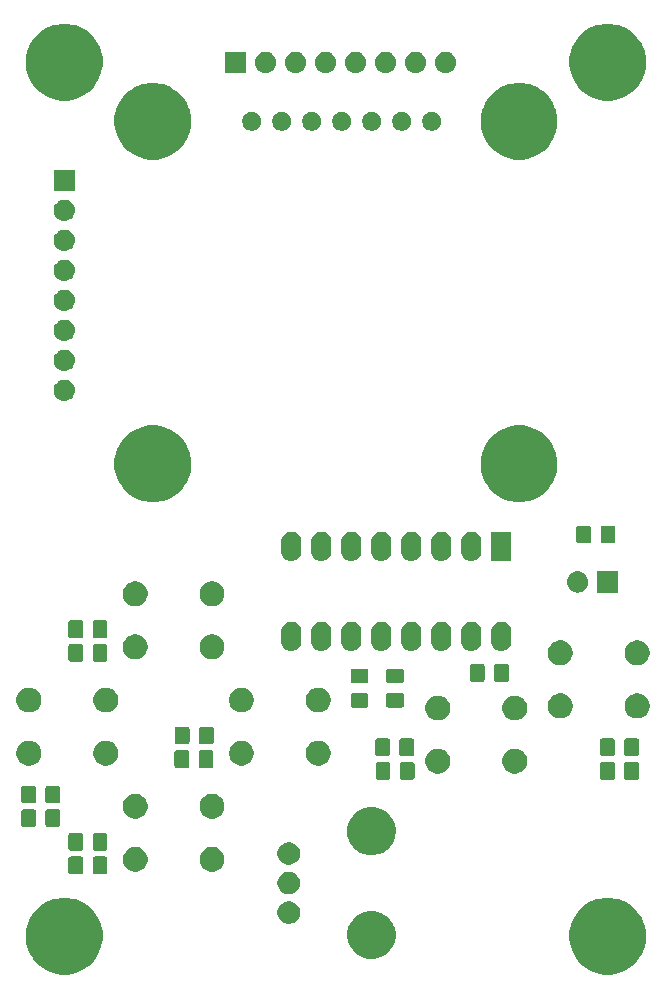
<source format=gts>
%TF.GenerationSoftware,KiCad,Pcbnew,5.0.2+dfsg1-1*%
%TF.CreationDate,2022-04-10T01:54:42-07:00*%
%TF.ProjectId,keygame,6b657967-616d-4652-9e6b-696361645f70,rev?*%
%TF.SameCoordinates,Original*%
%TF.FileFunction,Soldermask,Top*%
%TF.FilePolarity,Negative*%
%FSLAX46Y46*%
G04 Gerber Fmt 4.6, Leading zero omitted, Abs format (unit mm)*
G04 Created by KiCad (PCBNEW 5.0.2+dfsg1-1) date Sun 10 Apr 2022 01:54:42 AM PDT*
%MOMM*%
%LPD*%
G01*
G04 APERTURE LIST*
%ADD10C,0.100000*%
G04 APERTURE END LIST*
D10*
G36*
X184634239Y-91811467D02*
X184948282Y-91873934D01*
X185539926Y-92119001D01*
X186062910Y-92468448D01*
X186072395Y-92474786D01*
X186525214Y-92927605D01*
X186525216Y-92927608D01*
X186880999Y-93460074D01*
X187075022Y-93928487D01*
X187126066Y-94051719D01*
X187251000Y-94679803D01*
X187251000Y-95320197D01*
X187215582Y-95498255D01*
X187126066Y-95948282D01*
X186880999Y-96539926D01*
X186658993Y-96872181D01*
X186525214Y-97072395D01*
X186072395Y-97525214D01*
X186072392Y-97525216D01*
X185539926Y-97880999D01*
X184948282Y-98126066D01*
X184634239Y-98188533D01*
X184320197Y-98251000D01*
X183679803Y-98251000D01*
X183365761Y-98188533D01*
X183051718Y-98126066D01*
X182460074Y-97880999D01*
X181927608Y-97525216D01*
X181927605Y-97525214D01*
X181474786Y-97072395D01*
X181341007Y-96872181D01*
X181119001Y-96539926D01*
X180873934Y-95948282D01*
X180784418Y-95498255D01*
X180749000Y-95320197D01*
X180749000Y-94679803D01*
X180873934Y-94051719D01*
X180924978Y-93928487D01*
X181119001Y-93460074D01*
X181474784Y-92927608D01*
X181474786Y-92927605D01*
X181927605Y-92474786D01*
X181937090Y-92468448D01*
X182460074Y-92119001D01*
X183051718Y-91873934D01*
X183365761Y-91811467D01*
X183679803Y-91749000D01*
X184320197Y-91749000D01*
X184634239Y-91811467D01*
X184634239Y-91811467D01*
G37*
G36*
X138634239Y-91811467D02*
X138948282Y-91873934D01*
X139539926Y-92119001D01*
X140062910Y-92468448D01*
X140072395Y-92474786D01*
X140525214Y-92927605D01*
X140525216Y-92927608D01*
X140880999Y-93460074D01*
X141075022Y-93928487D01*
X141126066Y-94051719D01*
X141251000Y-94679803D01*
X141251000Y-95320197D01*
X141215582Y-95498255D01*
X141126066Y-95948282D01*
X140880999Y-96539926D01*
X140658993Y-96872181D01*
X140525214Y-97072395D01*
X140072395Y-97525214D01*
X140072392Y-97525216D01*
X139539926Y-97880999D01*
X138948282Y-98126066D01*
X138634239Y-98188533D01*
X138320197Y-98251000D01*
X137679803Y-98251000D01*
X137365761Y-98188533D01*
X137051718Y-98126066D01*
X136460074Y-97880999D01*
X135927608Y-97525216D01*
X135927605Y-97525214D01*
X135474786Y-97072395D01*
X135341007Y-96872181D01*
X135119001Y-96539926D01*
X134873934Y-95948282D01*
X134784418Y-95498255D01*
X134749000Y-95320197D01*
X134749000Y-94679803D01*
X134873934Y-94051719D01*
X134924978Y-93928487D01*
X135119001Y-93460074D01*
X135474784Y-92927608D01*
X135474786Y-92927605D01*
X135927605Y-92474786D01*
X135937090Y-92468448D01*
X136460074Y-92119001D01*
X137051718Y-91873934D01*
X137365761Y-91811467D01*
X137679803Y-91749000D01*
X138320197Y-91749000D01*
X138634239Y-91811467D01*
X138634239Y-91811467D01*
G37*
G36*
X164598252Y-92927818D02*
X164598254Y-92927819D01*
X164598255Y-92927819D01*
X164971513Y-93082427D01*
X165104658Y-93171392D01*
X165307439Y-93306886D01*
X165593114Y-93592561D01*
X165593116Y-93592564D01*
X165817573Y-93928487D01*
X165868617Y-94051719D01*
X165972182Y-94301748D01*
X166051000Y-94697993D01*
X166051000Y-95102007D01*
X165985029Y-95433668D01*
X165972181Y-95498255D01*
X165817573Y-95871513D01*
X165817572Y-95871514D01*
X165593114Y-96207439D01*
X165307439Y-96493114D01*
X165307436Y-96493116D01*
X164971513Y-96717573D01*
X164598255Y-96872181D01*
X164598254Y-96872181D01*
X164598252Y-96872182D01*
X164202007Y-96951000D01*
X163797993Y-96951000D01*
X163401748Y-96872182D01*
X163401746Y-96872181D01*
X163401745Y-96872181D01*
X163028487Y-96717573D01*
X162692564Y-96493116D01*
X162692561Y-96493114D01*
X162406886Y-96207439D01*
X162182428Y-95871514D01*
X162182427Y-95871513D01*
X162027819Y-95498255D01*
X162014972Y-95433668D01*
X161949000Y-95102007D01*
X161949000Y-94697993D01*
X162027818Y-94301748D01*
X162131383Y-94051719D01*
X162182427Y-93928487D01*
X162406884Y-93592564D01*
X162406886Y-93592561D01*
X162692561Y-93306886D01*
X162895342Y-93171392D01*
X163028487Y-93082427D01*
X163401745Y-92927819D01*
X163401746Y-92927819D01*
X163401748Y-92927818D01*
X163797993Y-92849000D01*
X164202007Y-92849000D01*
X164598252Y-92927818D01*
X164598252Y-92927818D01*
G37*
G36*
X157277396Y-92085546D02*
X157450466Y-92157234D01*
X157606230Y-92261312D01*
X157738688Y-92393770D01*
X157842766Y-92549534D01*
X157914454Y-92722604D01*
X157951000Y-92906333D01*
X157951000Y-93093667D01*
X157914454Y-93277396D01*
X157842766Y-93450466D01*
X157738688Y-93606230D01*
X157606230Y-93738688D01*
X157450466Y-93842766D01*
X157277396Y-93914454D01*
X157093667Y-93951000D01*
X156906333Y-93951000D01*
X156722604Y-93914454D01*
X156549534Y-93842766D01*
X156393770Y-93738688D01*
X156261312Y-93606230D01*
X156157234Y-93450466D01*
X156085546Y-93277396D01*
X156049000Y-93093667D01*
X156049000Y-92906333D01*
X156085546Y-92722604D01*
X156157234Y-92549534D01*
X156261312Y-92393770D01*
X156393770Y-92261312D01*
X156549534Y-92157234D01*
X156722604Y-92085546D01*
X156906333Y-92049000D01*
X157093667Y-92049000D01*
X157277396Y-92085546D01*
X157277396Y-92085546D01*
G37*
G36*
X157277396Y-89585546D02*
X157450466Y-89657234D01*
X157606230Y-89761312D01*
X157738688Y-89893770D01*
X157842766Y-90049534D01*
X157914454Y-90222604D01*
X157951000Y-90406333D01*
X157951000Y-90593667D01*
X157914454Y-90777396D01*
X157842766Y-90950466D01*
X157738688Y-91106230D01*
X157606230Y-91238688D01*
X157450466Y-91342766D01*
X157277396Y-91414454D01*
X157093667Y-91451000D01*
X156906333Y-91451000D01*
X156722604Y-91414454D01*
X156549534Y-91342766D01*
X156393770Y-91238688D01*
X156261312Y-91106230D01*
X156157234Y-90950466D01*
X156085546Y-90777396D01*
X156049000Y-90593667D01*
X156049000Y-90406333D01*
X156085546Y-90222604D01*
X156157234Y-90049534D01*
X156261312Y-89893770D01*
X156393770Y-89761312D01*
X156549534Y-89657234D01*
X156722604Y-89585546D01*
X156906333Y-89549000D01*
X157093667Y-89549000D01*
X157277396Y-89585546D01*
X157277396Y-89585546D01*
G37*
G36*
X139438677Y-88253465D02*
X139476364Y-88264898D01*
X139511103Y-88283466D01*
X139541548Y-88308452D01*
X139566534Y-88338897D01*
X139585102Y-88373636D01*
X139596535Y-88411323D01*
X139601000Y-88456661D01*
X139601000Y-89543339D01*
X139596535Y-89588677D01*
X139585102Y-89626364D01*
X139566534Y-89661103D01*
X139541548Y-89691548D01*
X139511103Y-89716534D01*
X139476364Y-89735102D01*
X139438677Y-89746535D01*
X139393339Y-89751000D01*
X138556661Y-89751000D01*
X138511323Y-89746535D01*
X138473636Y-89735102D01*
X138438897Y-89716534D01*
X138408452Y-89691548D01*
X138383466Y-89661103D01*
X138364898Y-89626364D01*
X138353465Y-89588677D01*
X138349000Y-89543339D01*
X138349000Y-88456661D01*
X138353465Y-88411323D01*
X138364898Y-88373636D01*
X138383466Y-88338897D01*
X138408452Y-88308452D01*
X138438897Y-88283466D01*
X138473636Y-88264898D01*
X138511323Y-88253465D01*
X138556661Y-88249000D01*
X139393339Y-88249000D01*
X139438677Y-88253465D01*
X139438677Y-88253465D01*
G37*
G36*
X141488677Y-88253465D02*
X141526364Y-88264898D01*
X141561103Y-88283466D01*
X141591548Y-88308452D01*
X141616534Y-88338897D01*
X141635102Y-88373636D01*
X141646535Y-88411323D01*
X141651000Y-88456661D01*
X141651000Y-89543339D01*
X141646535Y-89588677D01*
X141635102Y-89626364D01*
X141616534Y-89661103D01*
X141591548Y-89691548D01*
X141561103Y-89716534D01*
X141526364Y-89735102D01*
X141488677Y-89746535D01*
X141443339Y-89751000D01*
X140606661Y-89751000D01*
X140561323Y-89746535D01*
X140523636Y-89735102D01*
X140488897Y-89716534D01*
X140458452Y-89691548D01*
X140433466Y-89661103D01*
X140414898Y-89626364D01*
X140403465Y-89588677D01*
X140399000Y-89543339D01*
X140399000Y-88456661D01*
X140403465Y-88411323D01*
X140414898Y-88373636D01*
X140433466Y-88338897D01*
X140458452Y-88308452D01*
X140488897Y-88283466D01*
X140523636Y-88264898D01*
X140561323Y-88253465D01*
X140606661Y-88249000D01*
X141443339Y-88249000D01*
X141488677Y-88253465D01*
X141488677Y-88253465D01*
G37*
G36*
X150806565Y-87489389D02*
X150997834Y-87568615D01*
X151169976Y-87683637D01*
X151316363Y-87830024D01*
X151431385Y-88002166D01*
X151510611Y-88193435D01*
X151551000Y-88396484D01*
X151551000Y-88603516D01*
X151510611Y-88806565D01*
X151431385Y-88997834D01*
X151316363Y-89169976D01*
X151169976Y-89316363D01*
X150997834Y-89431385D01*
X150806565Y-89510611D01*
X150603516Y-89551000D01*
X150396484Y-89551000D01*
X150193435Y-89510611D01*
X150002166Y-89431385D01*
X149830024Y-89316363D01*
X149683637Y-89169976D01*
X149568615Y-88997834D01*
X149489389Y-88806565D01*
X149449000Y-88603516D01*
X149449000Y-88396484D01*
X149489389Y-88193435D01*
X149568615Y-88002166D01*
X149683637Y-87830024D01*
X149830024Y-87683637D01*
X150002166Y-87568615D01*
X150193435Y-87489389D01*
X150396484Y-87449000D01*
X150603516Y-87449000D01*
X150806565Y-87489389D01*
X150806565Y-87489389D01*
G37*
G36*
X144306565Y-87489389D02*
X144497834Y-87568615D01*
X144669976Y-87683637D01*
X144816363Y-87830024D01*
X144931385Y-88002166D01*
X145010611Y-88193435D01*
X145051000Y-88396484D01*
X145051000Y-88603516D01*
X145010611Y-88806565D01*
X144931385Y-88997834D01*
X144816363Y-89169976D01*
X144669976Y-89316363D01*
X144497834Y-89431385D01*
X144306565Y-89510611D01*
X144103516Y-89551000D01*
X143896484Y-89551000D01*
X143693435Y-89510611D01*
X143502166Y-89431385D01*
X143330024Y-89316363D01*
X143183637Y-89169976D01*
X143068615Y-88997834D01*
X142989389Y-88806565D01*
X142949000Y-88603516D01*
X142949000Y-88396484D01*
X142989389Y-88193435D01*
X143068615Y-88002166D01*
X143183637Y-87830024D01*
X143330024Y-87683637D01*
X143502166Y-87568615D01*
X143693435Y-87489389D01*
X143896484Y-87449000D01*
X144103516Y-87449000D01*
X144306565Y-87489389D01*
X144306565Y-87489389D01*
G37*
G36*
X157277396Y-87085546D02*
X157450466Y-87157234D01*
X157606230Y-87261312D01*
X157738688Y-87393770D01*
X157842766Y-87549534D01*
X157914454Y-87722604D01*
X157951000Y-87906333D01*
X157951000Y-88093667D01*
X157914454Y-88277396D01*
X157842766Y-88450466D01*
X157738688Y-88606230D01*
X157606230Y-88738688D01*
X157450466Y-88842766D01*
X157277396Y-88914454D01*
X157093667Y-88951000D01*
X156906333Y-88951000D01*
X156722604Y-88914454D01*
X156549534Y-88842766D01*
X156393770Y-88738688D01*
X156261312Y-88606230D01*
X156157234Y-88450466D01*
X156085546Y-88277396D01*
X156049000Y-88093667D01*
X156049000Y-87906333D01*
X156085546Y-87722604D01*
X156157234Y-87549534D01*
X156261312Y-87393770D01*
X156393770Y-87261312D01*
X156549534Y-87157234D01*
X156722604Y-87085546D01*
X156906333Y-87049000D01*
X157093667Y-87049000D01*
X157277396Y-87085546D01*
X157277396Y-87085546D01*
G37*
G36*
X164598252Y-84127818D02*
X164598254Y-84127819D01*
X164598255Y-84127819D01*
X164971513Y-84282427D01*
X165164419Y-84411323D01*
X165307439Y-84506886D01*
X165593114Y-84792561D01*
X165593116Y-84792564D01*
X165817573Y-85128487D01*
X165962688Y-85478827D01*
X165972182Y-85501748D01*
X166051000Y-85897993D01*
X166051000Y-86302007D01*
X166029256Y-86411323D01*
X165972181Y-86698255D01*
X165817573Y-87071513D01*
X165760296Y-87157234D01*
X165593114Y-87407439D01*
X165307439Y-87693114D01*
X165307436Y-87693116D01*
X164971513Y-87917573D01*
X164598255Y-88072181D01*
X164598254Y-88072181D01*
X164598252Y-88072182D01*
X164202007Y-88151000D01*
X163797993Y-88151000D01*
X163401748Y-88072182D01*
X163401746Y-88072181D01*
X163401745Y-88072181D01*
X163028487Y-87917573D01*
X162692564Y-87693116D01*
X162692561Y-87693114D01*
X162406886Y-87407439D01*
X162239704Y-87157234D01*
X162182427Y-87071513D01*
X162027819Y-86698255D01*
X161970745Y-86411323D01*
X161949000Y-86302007D01*
X161949000Y-85897993D01*
X162027818Y-85501748D01*
X162037312Y-85478827D01*
X162182427Y-85128487D01*
X162406884Y-84792564D01*
X162406886Y-84792561D01*
X162692561Y-84506886D01*
X162835581Y-84411323D01*
X163028487Y-84282427D01*
X163401745Y-84127819D01*
X163401746Y-84127819D01*
X163401748Y-84127818D01*
X163797993Y-84049000D01*
X164202007Y-84049000D01*
X164598252Y-84127818D01*
X164598252Y-84127818D01*
G37*
G36*
X141488677Y-86253465D02*
X141526364Y-86264898D01*
X141561103Y-86283466D01*
X141591548Y-86308452D01*
X141616534Y-86338897D01*
X141635102Y-86373636D01*
X141646535Y-86411323D01*
X141651000Y-86456661D01*
X141651000Y-87543339D01*
X141646535Y-87588677D01*
X141635102Y-87626364D01*
X141616534Y-87661103D01*
X141591548Y-87691548D01*
X141561103Y-87716534D01*
X141526364Y-87735102D01*
X141488677Y-87746535D01*
X141443339Y-87751000D01*
X140606661Y-87751000D01*
X140561323Y-87746535D01*
X140523636Y-87735102D01*
X140488897Y-87716534D01*
X140458452Y-87691548D01*
X140433466Y-87661103D01*
X140414898Y-87626364D01*
X140403465Y-87588677D01*
X140399000Y-87543339D01*
X140399000Y-86456661D01*
X140403465Y-86411323D01*
X140414898Y-86373636D01*
X140433466Y-86338897D01*
X140458452Y-86308452D01*
X140488897Y-86283466D01*
X140523636Y-86264898D01*
X140561323Y-86253465D01*
X140606661Y-86249000D01*
X141443339Y-86249000D01*
X141488677Y-86253465D01*
X141488677Y-86253465D01*
G37*
G36*
X139438677Y-86253465D02*
X139476364Y-86264898D01*
X139511103Y-86283466D01*
X139541548Y-86308452D01*
X139566534Y-86338897D01*
X139585102Y-86373636D01*
X139596535Y-86411323D01*
X139601000Y-86456661D01*
X139601000Y-87543339D01*
X139596535Y-87588677D01*
X139585102Y-87626364D01*
X139566534Y-87661103D01*
X139541548Y-87691548D01*
X139511103Y-87716534D01*
X139476364Y-87735102D01*
X139438677Y-87746535D01*
X139393339Y-87751000D01*
X138556661Y-87751000D01*
X138511323Y-87746535D01*
X138473636Y-87735102D01*
X138438897Y-87716534D01*
X138408452Y-87691548D01*
X138383466Y-87661103D01*
X138364898Y-87626364D01*
X138353465Y-87588677D01*
X138349000Y-87543339D01*
X138349000Y-86456661D01*
X138353465Y-86411323D01*
X138364898Y-86373636D01*
X138383466Y-86338897D01*
X138408452Y-86308452D01*
X138438897Y-86283466D01*
X138473636Y-86264898D01*
X138511323Y-86253465D01*
X138556661Y-86249000D01*
X139393339Y-86249000D01*
X139438677Y-86253465D01*
X139438677Y-86253465D01*
G37*
G36*
X137488677Y-84253465D02*
X137526364Y-84264898D01*
X137561103Y-84283466D01*
X137591548Y-84308452D01*
X137616534Y-84338897D01*
X137635102Y-84373636D01*
X137646535Y-84411323D01*
X137651000Y-84456661D01*
X137651000Y-85543339D01*
X137646535Y-85588677D01*
X137635102Y-85626364D01*
X137616534Y-85661103D01*
X137591548Y-85691548D01*
X137561103Y-85716534D01*
X137526364Y-85735102D01*
X137488677Y-85746535D01*
X137443339Y-85751000D01*
X136606661Y-85751000D01*
X136561323Y-85746535D01*
X136523636Y-85735102D01*
X136488897Y-85716534D01*
X136458452Y-85691548D01*
X136433466Y-85661103D01*
X136414898Y-85626364D01*
X136403465Y-85588677D01*
X136399000Y-85543339D01*
X136399000Y-84456661D01*
X136403465Y-84411323D01*
X136414898Y-84373636D01*
X136433466Y-84338897D01*
X136458452Y-84308452D01*
X136488897Y-84283466D01*
X136523636Y-84264898D01*
X136561323Y-84253465D01*
X136606661Y-84249000D01*
X137443339Y-84249000D01*
X137488677Y-84253465D01*
X137488677Y-84253465D01*
G37*
G36*
X135438677Y-84253465D02*
X135476364Y-84264898D01*
X135511103Y-84283466D01*
X135541548Y-84308452D01*
X135566534Y-84338897D01*
X135585102Y-84373636D01*
X135596535Y-84411323D01*
X135601000Y-84456661D01*
X135601000Y-85543339D01*
X135596535Y-85588677D01*
X135585102Y-85626364D01*
X135566534Y-85661103D01*
X135541548Y-85691548D01*
X135511103Y-85716534D01*
X135476364Y-85735102D01*
X135438677Y-85746535D01*
X135393339Y-85751000D01*
X134556661Y-85751000D01*
X134511323Y-85746535D01*
X134473636Y-85735102D01*
X134438897Y-85716534D01*
X134408452Y-85691548D01*
X134383466Y-85661103D01*
X134364898Y-85626364D01*
X134353465Y-85588677D01*
X134349000Y-85543339D01*
X134349000Y-84456661D01*
X134353465Y-84411323D01*
X134364898Y-84373636D01*
X134383466Y-84338897D01*
X134408452Y-84308452D01*
X134438897Y-84283466D01*
X134473636Y-84264898D01*
X134511323Y-84253465D01*
X134556661Y-84249000D01*
X135393339Y-84249000D01*
X135438677Y-84253465D01*
X135438677Y-84253465D01*
G37*
G36*
X150806565Y-82989389D02*
X150997834Y-83068615D01*
X151169976Y-83183637D01*
X151316363Y-83330024D01*
X151431385Y-83502166D01*
X151510611Y-83693435D01*
X151551000Y-83896484D01*
X151551000Y-84103516D01*
X151510611Y-84306565D01*
X151431385Y-84497834D01*
X151316363Y-84669976D01*
X151169976Y-84816363D01*
X150997834Y-84931385D01*
X150806565Y-85010611D01*
X150603516Y-85051000D01*
X150396484Y-85051000D01*
X150193435Y-85010611D01*
X150002166Y-84931385D01*
X149830024Y-84816363D01*
X149683637Y-84669976D01*
X149568615Y-84497834D01*
X149489389Y-84306565D01*
X149449000Y-84103516D01*
X149449000Y-83896484D01*
X149489389Y-83693435D01*
X149568615Y-83502166D01*
X149683637Y-83330024D01*
X149830024Y-83183637D01*
X150002166Y-83068615D01*
X150193435Y-82989389D01*
X150396484Y-82949000D01*
X150603516Y-82949000D01*
X150806565Y-82989389D01*
X150806565Y-82989389D01*
G37*
G36*
X144306565Y-82989389D02*
X144497834Y-83068615D01*
X144669976Y-83183637D01*
X144816363Y-83330024D01*
X144931385Y-83502166D01*
X145010611Y-83693435D01*
X145051000Y-83896484D01*
X145051000Y-84103516D01*
X145010611Y-84306565D01*
X144931385Y-84497834D01*
X144816363Y-84669976D01*
X144669976Y-84816363D01*
X144497834Y-84931385D01*
X144306565Y-85010611D01*
X144103516Y-85051000D01*
X143896484Y-85051000D01*
X143693435Y-85010611D01*
X143502166Y-84931385D01*
X143330024Y-84816363D01*
X143183637Y-84669976D01*
X143068615Y-84497834D01*
X142989389Y-84306565D01*
X142949000Y-84103516D01*
X142949000Y-83896484D01*
X142989389Y-83693435D01*
X143068615Y-83502166D01*
X143183637Y-83330024D01*
X143330024Y-83183637D01*
X143502166Y-83068615D01*
X143693435Y-82989389D01*
X143896484Y-82949000D01*
X144103516Y-82949000D01*
X144306565Y-82989389D01*
X144306565Y-82989389D01*
G37*
G36*
X135438677Y-82253465D02*
X135476364Y-82264898D01*
X135511103Y-82283466D01*
X135541548Y-82308452D01*
X135566534Y-82338897D01*
X135585102Y-82373636D01*
X135596535Y-82411323D01*
X135601000Y-82456661D01*
X135601000Y-83543339D01*
X135596535Y-83588677D01*
X135585102Y-83626364D01*
X135566534Y-83661103D01*
X135541548Y-83691548D01*
X135511103Y-83716534D01*
X135476364Y-83735102D01*
X135438677Y-83746535D01*
X135393339Y-83751000D01*
X134556661Y-83751000D01*
X134511323Y-83746535D01*
X134473636Y-83735102D01*
X134438897Y-83716534D01*
X134408452Y-83691548D01*
X134383466Y-83661103D01*
X134364898Y-83626364D01*
X134353465Y-83588677D01*
X134349000Y-83543339D01*
X134349000Y-82456661D01*
X134353465Y-82411323D01*
X134364898Y-82373636D01*
X134383466Y-82338897D01*
X134408452Y-82308452D01*
X134438897Y-82283466D01*
X134473636Y-82264898D01*
X134511323Y-82253465D01*
X134556661Y-82249000D01*
X135393339Y-82249000D01*
X135438677Y-82253465D01*
X135438677Y-82253465D01*
G37*
G36*
X137488677Y-82253465D02*
X137526364Y-82264898D01*
X137561103Y-82283466D01*
X137591548Y-82308452D01*
X137616534Y-82338897D01*
X137635102Y-82373636D01*
X137646535Y-82411323D01*
X137651000Y-82456661D01*
X137651000Y-83543339D01*
X137646535Y-83588677D01*
X137635102Y-83626364D01*
X137616534Y-83661103D01*
X137591548Y-83691548D01*
X137561103Y-83716534D01*
X137526364Y-83735102D01*
X137488677Y-83746535D01*
X137443339Y-83751000D01*
X136606661Y-83751000D01*
X136561323Y-83746535D01*
X136523636Y-83735102D01*
X136488897Y-83716534D01*
X136458452Y-83691548D01*
X136433466Y-83661103D01*
X136414898Y-83626364D01*
X136403465Y-83588677D01*
X136399000Y-83543339D01*
X136399000Y-82456661D01*
X136403465Y-82411323D01*
X136414898Y-82373636D01*
X136433466Y-82338897D01*
X136458452Y-82308452D01*
X136488897Y-82283466D01*
X136523636Y-82264898D01*
X136561323Y-82253465D01*
X136606661Y-82249000D01*
X137443339Y-82249000D01*
X137488677Y-82253465D01*
X137488677Y-82253465D01*
G37*
G36*
X165438677Y-80253465D02*
X165476364Y-80264898D01*
X165511103Y-80283466D01*
X165541548Y-80308452D01*
X165566534Y-80338897D01*
X165585102Y-80373636D01*
X165596535Y-80411323D01*
X165601000Y-80456661D01*
X165601000Y-81543339D01*
X165596535Y-81588677D01*
X165585102Y-81626364D01*
X165566534Y-81661103D01*
X165541548Y-81691548D01*
X165511103Y-81716534D01*
X165476364Y-81735102D01*
X165438677Y-81746535D01*
X165393339Y-81751000D01*
X164556661Y-81751000D01*
X164511323Y-81746535D01*
X164473636Y-81735102D01*
X164438897Y-81716534D01*
X164408452Y-81691548D01*
X164383466Y-81661103D01*
X164364898Y-81626364D01*
X164353465Y-81588677D01*
X164349000Y-81543339D01*
X164349000Y-80456661D01*
X164353465Y-80411323D01*
X164364898Y-80373636D01*
X164383466Y-80338897D01*
X164408452Y-80308452D01*
X164438897Y-80283466D01*
X164473636Y-80264898D01*
X164511323Y-80253465D01*
X164556661Y-80249000D01*
X165393339Y-80249000D01*
X165438677Y-80253465D01*
X165438677Y-80253465D01*
G37*
G36*
X167488677Y-80253465D02*
X167526364Y-80264898D01*
X167561103Y-80283466D01*
X167591548Y-80308452D01*
X167616534Y-80338897D01*
X167635102Y-80373636D01*
X167646535Y-80411323D01*
X167651000Y-80456661D01*
X167651000Y-81543339D01*
X167646535Y-81588677D01*
X167635102Y-81626364D01*
X167616534Y-81661103D01*
X167591548Y-81691548D01*
X167561103Y-81716534D01*
X167526364Y-81735102D01*
X167488677Y-81746535D01*
X167443339Y-81751000D01*
X166606661Y-81751000D01*
X166561323Y-81746535D01*
X166523636Y-81735102D01*
X166488897Y-81716534D01*
X166458452Y-81691548D01*
X166433466Y-81661103D01*
X166414898Y-81626364D01*
X166403465Y-81588677D01*
X166399000Y-81543339D01*
X166399000Y-80456661D01*
X166403465Y-80411323D01*
X166414898Y-80373636D01*
X166433466Y-80338897D01*
X166458452Y-80308452D01*
X166488897Y-80283466D01*
X166523636Y-80264898D01*
X166561323Y-80253465D01*
X166606661Y-80249000D01*
X167443339Y-80249000D01*
X167488677Y-80253465D01*
X167488677Y-80253465D01*
G37*
G36*
X184438677Y-80253465D02*
X184476364Y-80264898D01*
X184511103Y-80283466D01*
X184541548Y-80308452D01*
X184566534Y-80338897D01*
X184585102Y-80373636D01*
X184596535Y-80411323D01*
X184601000Y-80456661D01*
X184601000Y-81543339D01*
X184596535Y-81588677D01*
X184585102Y-81626364D01*
X184566534Y-81661103D01*
X184541548Y-81691548D01*
X184511103Y-81716534D01*
X184476364Y-81735102D01*
X184438677Y-81746535D01*
X184393339Y-81751000D01*
X183556661Y-81751000D01*
X183511323Y-81746535D01*
X183473636Y-81735102D01*
X183438897Y-81716534D01*
X183408452Y-81691548D01*
X183383466Y-81661103D01*
X183364898Y-81626364D01*
X183353465Y-81588677D01*
X183349000Y-81543339D01*
X183349000Y-80456661D01*
X183353465Y-80411323D01*
X183364898Y-80373636D01*
X183383466Y-80338897D01*
X183408452Y-80308452D01*
X183438897Y-80283466D01*
X183473636Y-80264898D01*
X183511323Y-80253465D01*
X183556661Y-80249000D01*
X184393339Y-80249000D01*
X184438677Y-80253465D01*
X184438677Y-80253465D01*
G37*
G36*
X186488677Y-80253465D02*
X186526364Y-80264898D01*
X186561103Y-80283466D01*
X186591548Y-80308452D01*
X186616534Y-80338897D01*
X186635102Y-80373636D01*
X186646535Y-80411323D01*
X186651000Y-80456661D01*
X186651000Y-81543339D01*
X186646535Y-81588677D01*
X186635102Y-81626364D01*
X186616534Y-81661103D01*
X186591548Y-81691548D01*
X186561103Y-81716534D01*
X186526364Y-81735102D01*
X186488677Y-81746535D01*
X186443339Y-81751000D01*
X185606661Y-81751000D01*
X185561323Y-81746535D01*
X185523636Y-81735102D01*
X185488897Y-81716534D01*
X185458452Y-81691548D01*
X185433466Y-81661103D01*
X185414898Y-81626364D01*
X185403465Y-81588677D01*
X185399000Y-81543339D01*
X185399000Y-80456661D01*
X185403465Y-80411323D01*
X185414898Y-80373636D01*
X185433466Y-80338897D01*
X185458452Y-80308452D01*
X185488897Y-80283466D01*
X185523636Y-80264898D01*
X185561323Y-80253465D01*
X185606661Y-80249000D01*
X186443339Y-80249000D01*
X186488677Y-80253465D01*
X186488677Y-80253465D01*
G37*
G36*
X176431566Y-79164390D02*
X176622835Y-79243616D01*
X176794977Y-79358638D01*
X176941364Y-79505025D01*
X177056386Y-79677167D01*
X177135612Y-79868436D01*
X177176001Y-80071485D01*
X177176001Y-80278517D01*
X177135612Y-80481566D01*
X177056386Y-80672835D01*
X176941364Y-80844977D01*
X176794977Y-80991364D01*
X176622835Y-81106386D01*
X176431566Y-81185612D01*
X176228517Y-81226001D01*
X176021485Y-81226001D01*
X175818436Y-81185612D01*
X175627167Y-81106386D01*
X175455025Y-80991364D01*
X175308638Y-80844977D01*
X175193616Y-80672835D01*
X175114390Y-80481566D01*
X175074001Y-80278517D01*
X175074001Y-80071485D01*
X175114390Y-79868436D01*
X175193616Y-79677167D01*
X175308638Y-79505025D01*
X175455025Y-79358638D01*
X175627167Y-79243616D01*
X175818436Y-79164390D01*
X176021485Y-79124001D01*
X176228517Y-79124001D01*
X176431566Y-79164390D01*
X176431566Y-79164390D01*
G37*
G36*
X169931566Y-79164390D02*
X170122835Y-79243616D01*
X170294977Y-79358638D01*
X170441364Y-79505025D01*
X170556386Y-79677167D01*
X170635612Y-79868436D01*
X170676001Y-80071485D01*
X170676001Y-80278517D01*
X170635612Y-80481566D01*
X170556386Y-80672835D01*
X170441364Y-80844977D01*
X170294977Y-80991364D01*
X170122835Y-81106386D01*
X169931566Y-81185612D01*
X169728517Y-81226001D01*
X169521485Y-81226001D01*
X169318436Y-81185612D01*
X169127167Y-81106386D01*
X168955025Y-80991364D01*
X168808638Y-80844977D01*
X168693616Y-80672835D01*
X168614390Y-80481566D01*
X168574001Y-80278517D01*
X168574001Y-80071485D01*
X168614390Y-79868436D01*
X168693616Y-79677167D01*
X168808638Y-79505025D01*
X168955025Y-79358638D01*
X169127167Y-79243616D01*
X169318436Y-79164390D01*
X169521485Y-79124001D01*
X169728517Y-79124001D01*
X169931566Y-79164390D01*
X169931566Y-79164390D01*
G37*
G36*
X148413677Y-79253465D02*
X148451364Y-79264898D01*
X148486103Y-79283466D01*
X148516548Y-79308452D01*
X148541534Y-79338897D01*
X148560102Y-79373636D01*
X148571535Y-79411323D01*
X148576000Y-79456661D01*
X148576000Y-80543339D01*
X148571535Y-80588677D01*
X148560102Y-80626364D01*
X148541534Y-80661103D01*
X148516548Y-80691548D01*
X148486103Y-80716534D01*
X148451364Y-80735102D01*
X148413677Y-80746535D01*
X148368339Y-80751000D01*
X147531661Y-80751000D01*
X147486323Y-80746535D01*
X147448636Y-80735102D01*
X147413897Y-80716534D01*
X147383452Y-80691548D01*
X147358466Y-80661103D01*
X147339898Y-80626364D01*
X147328465Y-80588677D01*
X147324000Y-80543339D01*
X147324000Y-79456661D01*
X147328465Y-79411323D01*
X147339898Y-79373636D01*
X147358466Y-79338897D01*
X147383452Y-79308452D01*
X147413897Y-79283466D01*
X147448636Y-79264898D01*
X147486323Y-79253465D01*
X147531661Y-79249000D01*
X148368339Y-79249000D01*
X148413677Y-79253465D01*
X148413677Y-79253465D01*
G37*
G36*
X150463677Y-79253465D02*
X150501364Y-79264898D01*
X150536103Y-79283466D01*
X150566548Y-79308452D01*
X150591534Y-79338897D01*
X150610102Y-79373636D01*
X150621535Y-79411323D01*
X150626000Y-79456661D01*
X150626000Y-80543339D01*
X150621535Y-80588677D01*
X150610102Y-80626364D01*
X150591534Y-80661103D01*
X150566548Y-80691548D01*
X150536103Y-80716534D01*
X150501364Y-80735102D01*
X150463677Y-80746535D01*
X150418339Y-80751000D01*
X149581661Y-80751000D01*
X149536323Y-80746535D01*
X149498636Y-80735102D01*
X149463897Y-80716534D01*
X149433452Y-80691548D01*
X149408466Y-80661103D01*
X149389898Y-80626364D01*
X149378465Y-80588677D01*
X149374000Y-80543339D01*
X149374000Y-79456661D01*
X149378465Y-79411323D01*
X149389898Y-79373636D01*
X149408466Y-79338897D01*
X149433452Y-79308452D01*
X149463897Y-79283466D01*
X149498636Y-79264898D01*
X149536323Y-79253465D01*
X149581661Y-79249000D01*
X150418339Y-79249000D01*
X150463677Y-79253465D01*
X150463677Y-79253465D01*
G37*
G36*
X135306565Y-78489389D02*
X135497834Y-78568615D01*
X135669976Y-78683637D01*
X135816363Y-78830024D01*
X135931385Y-79002166D01*
X136010611Y-79193435D01*
X136051000Y-79396484D01*
X136051000Y-79603516D01*
X136010611Y-79806565D01*
X135931385Y-79997834D01*
X135816363Y-80169976D01*
X135669976Y-80316363D01*
X135497834Y-80431385D01*
X135306565Y-80510611D01*
X135103516Y-80551000D01*
X134896484Y-80551000D01*
X134693435Y-80510611D01*
X134502166Y-80431385D01*
X134330024Y-80316363D01*
X134183637Y-80169976D01*
X134068615Y-79997834D01*
X133989389Y-79806565D01*
X133949000Y-79603516D01*
X133949000Y-79396484D01*
X133989389Y-79193435D01*
X134068615Y-79002166D01*
X134183637Y-78830024D01*
X134330024Y-78683637D01*
X134502166Y-78568615D01*
X134693435Y-78489389D01*
X134896484Y-78449000D01*
X135103516Y-78449000D01*
X135306565Y-78489389D01*
X135306565Y-78489389D01*
G37*
G36*
X159806565Y-78489389D02*
X159997834Y-78568615D01*
X160169976Y-78683637D01*
X160316363Y-78830024D01*
X160431385Y-79002166D01*
X160510611Y-79193435D01*
X160551000Y-79396484D01*
X160551000Y-79603516D01*
X160510611Y-79806565D01*
X160431385Y-79997834D01*
X160316363Y-80169976D01*
X160169976Y-80316363D01*
X159997834Y-80431385D01*
X159806565Y-80510611D01*
X159603516Y-80551000D01*
X159396484Y-80551000D01*
X159193435Y-80510611D01*
X159002166Y-80431385D01*
X158830024Y-80316363D01*
X158683637Y-80169976D01*
X158568615Y-79997834D01*
X158489389Y-79806565D01*
X158449000Y-79603516D01*
X158449000Y-79396484D01*
X158489389Y-79193435D01*
X158568615Y-79002166D01*
X158683637Y-78830024D01*
X158830024Y-78683637D01*
X159002166Y-78568615D01*
X159193435Y-78489389D01*
X159396484Y-78449000D01*
X159603516Y-78449000D01*
X159806565Y-78489389D01*
X159806565Y-78489389D01*
G37*
G36*
X141806565Y-78489389D02*
X141997834Y-78568615D01*
X142169976Y-78683637D01*
X142316363Y-78830024D01*
X142431385Y-79002166D01*
X142510611Y-79193435D01*
X142551000Y-79396484D01*
X142551000Y-79603516D01*
X142510611Y-79806565D01*
X142431385Y-79997834D01*
X142316363Y-80169976D01*
X142169976Y-80316363D01*
X141997834Y-80431385D01*
X141806565Y-80510611D01*
X141603516Y-80551000D01*
X141396484Y-80551000D01*
X141193435Y-80510611D01*
X141002166Y-80431385D01*
X140830024Y-80316363D01*
X140683637Y-80169976D01*
X140568615Y-79997834D01*
X140489389Y-79806565D01*
X140449000Y-79603516D01*
X140449000Y-79396484D01*
X140489389Y-79193435D01*
X140568615Y-79002166D01*
X140683637Y-78830024D01*
X140830024Y-78683637D01*
X141002166Y-78568615D01*
X141193435Y-78489389D01*
X141396484Y-78449000D01*
X141603516Y-78449000D01*
X141806565Y-78489389D01*
X141806565Y-78489389D01*
G37*
G36*
X153306565Y-78489389D02*
X153497834Y-78568615D01*
X153669976Y-78683637D01*
X153816363Y-78830024D01*
X153931385Y-79002166D01*
X154010611Y-79193435D01*
X154051000Y-79396484D01*
X154051000Y-79603516D01*
X154010611Y-79806565D01*
X153931385Y-79997834D01*
X153816363Y-80169976D01*
X153669976Y-80316363D01*
X153497834Y-80431385D01*
X153306565Y-80510611D01*
X153103516Y-80551000D01*
X152896484Y-80551000D01*
X152693435Y-80510611D01*
X152502166Y-80431385D01*
X152330024Y-80316363D01*
X152183637Y-80169976D01*
X152068615Y-79997834D01*
X151989389Y-79806565D01*
X151949000Y-79603516D01*
X151949000Y-79396484D01*
X151989389Y-79193435D01*
X152068615Y-79002166D01*
X152183637Y-78830024D01*
X152330024Y-78683637D01*
X152502166Y-78568615D01*
X152693435Y-78489389D01*
X152896484Y-78449000D01*
X153103516Y-78449000D01*
X153306565Y-78489389D01*
X153306565Y-78489389D01*
G37*
G36*
X165413677Y-78253465D02*
X165451364Y-78264898D01*
X165486103Y-78283466D01*
X165516548Y-78308452D01*
X165541534Y-78338897D01*
X165560102Y-78373636D01*
X165571535Y-78411323D01*
X165576000Y-78456661D01*
X165576000Y-79543339D01*
X165571535Y-79588677D01*
X165560102Y-79626364D01*
X165541534Y-79661103D01*
X165516548Y-79691548D01*
X165486103Y-79716534D01*
X165451364Y-79735102D01*
X165413677Y-79746535D01*
X165368339Y-79751000D01*
X164531661Y-79751000D01*
X164486323Y-79746535D01*
X164448636Y-79735102D01*
X164413897Y-79716534D01*
X164383452Y-79691548D01*
X164358466Y-79661103D01*
X164339898Y-79626364D01*
X164328465Y-79588677D01*
X164324000Y-79543339D01*
X164324000Y-78456661D01*
X164328465Y-78411323D01*
X164339898Y-78373636D01*
X164358466Y-78338897D01*
X164383452Y-78308452D01*
X164413897Y-78283466D01*
X164448636Y-78264898D01*
X164486323Y-78253465D01*
X164531661Y-78249000D01*
X165368339Y-78249000D01*
X165413677Y-78253465D01*
X165413677Y-78253465D01*
G37*
G36*
X167463677Y-78253465D02*
X167501364Y-78264898D01*
X167536103Y-78283466D01*
X167566548Y-78308452D01*
X167591534Y-78338897D01*
X167610102Y-78373636D01*
X167621535Y-78411323D01*
X167626000Y-78456661D01*
X167626000Y-79543339D01*
X167621535Y-79588677D01*
X167610102Y-79626364D01*
X167591534Y-79661103D01*
X167566548Y-79691548D01*
X167536103Y-79716534D01*
X167501364Y-79735102D01*
X167463677Y-79746535D01*
X167418339Y-79751000D01*
X166581661Y-79751000D01*
X166536323Y-79746535D01*
X166498636Y-79735102D01*
X166463897Y-79716534D01*
X166433452Y-79691548D01*
X166408466Y-79661103D01*
X166389898Y-79626364D01*
X166378465Y-79588677D01*
X166374000Y-79543339D01*
X166374000Y-78456661D01*
X166378465Y-78411323D01*
X166389898Y-78373636D01*
X166408466Y-78338897D01*
X166433452Y-78308452D01*
X166463897Y-78283466D01*
X166498636Y-78264898D01*
X166536323Y-78253465D01*
X166581661Y-78249000D01*
X167418339Y-78249000D01*
X167463677Y-78253465D01*
X167463677Y-78253465D01*
G37*
G36*
X186488677Y-78253465D02*
X186526364Y-78264898D01*
X186561103Y-78283466D01*
X186591548Y-78308452D01*
X186616534Y-78338897D01*
X186635102Y-78373636D01*
X186646535Y-78411323D01*
X186651000Y-78456661D01*
X186651000Y-79543339D01*
X186646535Y-79588677D01*
X186635102Y-79626364D01*
X186616534Y-79661103D01*
X186591548Y-79691548D01*
X186561103Y-79716534D01*
X186526364Y-79735102D01*
X186488677Y-79746535D01*
X186443339Y-79751000D01*
X185606661Y-79751000D01*
X185561323Y-79746535D01*
X185523636Y-79735102D01*
X185488897Y-79716534D01*
X185458452Y-79691548D01*
X185433466Y-79661103D01*
X185414898Y-79626364D01*
X185403465Y-79588677D01*
X185399000Y-79543339D01*
X185399000Y-78456661D01*
X185403465Y-78411323D01*
X185414898Y-78373636D01*
X185433466Y-78338897D01*
X185458452Y-78308452D01*
X185488897Y-78283466D01*
X185523636Y-78264898D01*
X185561323Y-78253465D01*
X185606661Y-78249000D01*
X186443339Y-78249000D01*
X186488677Y-78253465D01*
X186488677Y-78253465D01*
G37*
G36*
X184438677Y-78253465D02*
X184476364Y-78264898D01*
X184511103Y-78283466D01*
X184541548Y-78308452D01*
X184566534Y-78338897D01*
X184585102Y-78373636D01*
X184596535Y-78411323D01*
X184601000Y-78456661D01*
X184601000Y-79543339D01*
X184596535Y-79588677D01*
X184585102Y-79626364D01*
X184566534Y-79661103D01*
X184541548Y-79691548D01*
X184511103Y-79716534D01*
X184476364Y-79735102D01*
X184438677Y-79746535D01*
X184393339Y-79751000D01*
X183556661Y-79751000D01*
X183511323Y-79746535D01*
X183473636Y-79735102D01*
X183438897Y-79716534D01*
X183408452Y-79691548D01*
X183383466Y-79661103D01*
X183364898Y-79626364D01*
X183353465Y-79588677D01*
X183349000Y-79543339D01*
X183349000Y-78456661D01*
X183353465Y-78411323D01*
X183364898Y-78373636D01*
X183383466Y-78338897D01*
X183408452Y-78308452D01*
X183438897Y-78283466D01*
X183473636Y-78264898D01*
X183511323Y-78253465D01*
X183556661Y-78249000D01*
X184393339Y-78249000D01*
X184438677Y-78253465D01*
X184438677Y-78253465D01*
G37*
G36*
X150488677Y-77253465D02*
X150526364Y-77264898D01*
X150561103Y-77283466D01*
X150591548Y-77308452D01*
X150616534Y-77338897D01*
X150635102Y-77373636D01*
X150646535Y-77411323D01*
X150651000Y-77456661D01*
X150651000Y-78543339D01*
X150646535Y-78588677D01*
X150635102Y-78626364D01*
X150616534Y-78661103D01*
X150591548Y-78691548D01*
X150561103Y-78716534D01*
X150526364Y-78735102D01*
X150488677Y-78746535D01*
X150443339Y-78751000D01*
X149606661Y-78751000D01*
X149561323Y-78746535D01*
X149523636Y-78735102D01*
X149488897Y-78716534D01*
X149458452Y-78691548D01*
X149433466Y-78661103D01*
X149414898Y-78626364D01*
X149403465Y-78588677D01*
X149399000Y-78543339D01*
X149399000Y-77456661D01*
X149403465Y-77411323D01*
X149414898Y-77373636D01*
X149433466Y-77338897D01*
X149458452Y-77308452D01*
X149488897Y-77283466D01*
X149523636Y-77264898D01*
X149561323Y-77253465D01*
X149606661Y-77249000D01*
X150443339Y-77249000D01*
X150488677Y-77253465D01*
X150488677Y-77253465D01*
G37*
G36*
X148438677Y-77253465D02*
X148476364Y-77264898D01*
X148511103Y-77283466D01*
X148541548Y-77308452D01*
X148566534Y-77338897D01*
X148585102Y-77373636D01*
X148596535Y-77411323D01*
X148601000Y-77456661D01*
X148601000Y-78543339D01*
X148596535Y-78588677D01*
X148585102Y-78626364D01*
X148566534Y-78661103D01*
X148541548Y-78691548D01*
X148511103Y-78716534D01*
X148476364Y-78735102D01*
X148438677Y-78746535D01*
X148393339Y-78751000D01*
X147556661Y-78751000D01*
X147511323Y-78746535D01*
X147473636Y-78735102D01*
X147438897Y-78716534D01*
X147408452Y-78691548D01*
X147383466Y-78661103D01*
X147364898Y-78626364D01*
X147353465Y-78588677D01*
X147349000Y-78543339D01*
X147349000Y-77456661D01*
X147353465Y-77411323D01*
X147364898Y-77373636D01*
X147383466Y-77338897D01*
X147408452Y-77308452D01*
X147438897Y-77283466D01*
X147473636Y-77264898D01*
X147511323Y-77253465D01*
X147556661Y-77249000D01*
X148393339Y-77249000D01*
X148438677Y-77253465D01*
X148438677Y-77253465D01*
G37*
G36*
X176431566Y-74664390D02*
X176622835Y-74743616D01*
X176794977Y-74858638D01*
X176941364Y-75005025D01*
X177056386Y-75177167D01*
X177135612Y-75368436D01*
X177176001Y-75571485D01*
X177176001Y-75778517D01*
X177135612Y-75981566D01*
X177056386Y-76172835D01*
X176941364Y-76344977D01*
X176794977Y-76491364D01*
X176622835Y-76606386D01*
X176431566Y-76685612D01*
X176228517Y-76726001D01*
X176021485Y-76726001D01*
X175818436Y-76685612D01*
X175627167Y-76606386D01*
X175455025Y-76491364D01*
X175308638Y-76344977D01*
X175193616Y-76172835D01*
X175114390Y-75981566D01*
X175074001Y-75778517D01*
X175074001Y-75571485D01*
X175114390Y-75368436D01*
X175193616Y-75177167D01*
X175308638Y-75005025D01*
X175455025Y-74858638D01*
X175627167Y-74743616D01*
X175818436Y-74664390D01*
X176021485Y-74624001D01*
X176228517Y-74624001D01*
X176431566Y-74664390D01*
X176431566Y-74664390D01*
G37*
G36*
X169931566Y-74664390D02*
X170122835Y-74743616D01*
X170294977Y-74858638D01*
X170441364Y-75005025D01*
X170556386Y-75177167D01*
X170635612Y-75368436D01*
X170676001Y-75571485D01*
X170676001Y-75778517D01*
X170635612Y-75981566D01*
X170556386Y-76172835D01*
X170441364Y-76344977D01*
X170294977Y-76491364D01*
X170122835Y-76606386D01*
X169931566Y-76685612D01*
X169728517Y-76726001D01*
X169521485Y-76726001D01*
X169318436Y-76685612D01*
X169127167Y-76606386D01*
X168955025Y-76491364D01*
X168808638Y-76344977D01*
X168693616Y-76172835D01*
X168614390Y-75981566D01*
X168574001Y-75778517D01*
X168574001Y-75571485D01*
X168614390Y-75368436D01*
X168693616Y-75177167D01*
X168808638Y-75005025D01*
X168955025Y-74858638D01*
X169127167Y-74743616D01*
X169318436Y-74664390D01*
X169521485Y-74624001D01*
X169728517Y-74624001D01*
X169931566Y-74664390D01*
X169931566Y-74664390D01*
G37*
G36*
X186806565Y-74489389D02*
X186997834Y-74568615D01*
X187169976Y-74683637D01*
X187316363Y-74830024D01*
X187431385Y-75002166D01*
X187510611Y-75193435D01*
X187551000Y-75396484D01*
X187551000Y-75603516D01*
X187510611Y-75806565D01*
X187431385Y-75997834D01*
X187316363Y-76169976D01*
X187169976Y-76316363D01*
X186997834Y-76431385D01*
X186806565Y-76510611D01*
X186603516Y-76551000D01*
X186396484Y-76551000D01*
X186193435Y-76510611D01*
X186002166Y-76431385D01*
X185830024Y-76316363D01*
X185683637Y-76169976D01*
X185568615Y-75997834D01*
X185489389Y-75806565D01*
X185449000Y-75603516D01*
X185449000Y-75396484D01*
X185489389Y-75193435D01*
X185568615Y-75002166D01*
X185683637Y-74830024D01*
X185830024Y-74683637D01*
X186002166Y-74568615D01*
X186193435Y-74489389D01*
X186396484Y-74449000D01*
X186603516Y-74449000D01*
X186806565Y-74489389D01*
X186806565Y-74489389D01*
G37*
G36*
X180306565Y-74489389D02*
X180497834Y-74568615D01*
X180669976Y-74683637D01*
X180816363Y-74830024D01*
X180931385Y-75002166D01*
X181010611Y-75193435D01*
X181051000Y-75396484D01*
X181051000Y-75603516D01*
X181010611Y-75806565D01*
X180931385Y-75997834D01*
X180816363Y-76169976D01*
X180669976Y-76316363D01*
X180497834Y-76431385D01*
X180306565Y-76510611D01*
X180103516Y-76551000D01*
X179896484Y-76551000D01*
X179693435Y-76510611D01*
X179502166Y-76431385D01*
X179330024Y-76316363D01*
X179183637Y-76169976D01*
X179068615Y-75997834D01*
X178989389Y-75806565D01*
X178949000Y-75603516D01*
X178949000Y-75396484D01*
X178989389Y-75193435D01*
X179068615Y-75002166D01*
X179183637Y-74830024D01*
X179330024Y-74683637D01*
X179502166Y-74568615D01*
X179693435Y-74489389D01*
X179896484Y-74449000D01*
X180103516Y-74449000D01*
X180306565Y-74489389D01*
X180306565Y-74489389D01*
G37*
G36*
X153306565Y-73989389D02*
X153497834Y-74068615D01*
X153669976Y-74183637D01*
X153816363Y-74330024D01*
X153931385Y-74502166D01*
X154010611Y-74693435D01*
X154051000Y-74896484D01*
X154051000Y-75103516D01*
X154010611Y-75306565D01*
X153931385Y-75497834D01*
X153816363Y-75669976D01*
X153669976Y-75816363D01*
X153497834Y-75931385D01*
X153306565Y-76010611D01*
X153103516Y-76051000D01*
X152896484Y-76051000D01*
X152693435Y-76010611D01*
X152502166Y-75931385D01*
X152330024Y-75816363D01*
X152183637Y-75669976D01*
X152068615Y-75497834D01*
X151989389Y-75306565D01*
X151949000Y-75103516D01*
X151949000Y-74896484D01*
X151989389Y-74693435D01*
X152068615Y-74502166D01*
X152183637Y-74330024D01*
X152330024Y-74183637D01*
X152502166Y-74068615D01*
X152693435Y-73989389D01*
X152896484Y-73949000D01*
X153103516Y-73949000D01*
X153306565Y-73989389D01*
X153306565Y-73989389D01*
G37*
G36*
X159806565Y-73989389D02*
X159997834Y-74068615D01*
X160169976Y-74183637D01*
X160316363Y-74330024D01*
X160431385Y-74502166D01*
X160510611Y-74693435D01*
X160551000Y-74896484D01*
X160551000Y-75103516D01*
X160510611Y-75306565D01*
X160431385Y-75497834D01*
X160316363Y-75669976D01*
X160169976Y-75816363D01*
X159997834Y-75931385D01*
X159806565Y-76010611D01*
X159603516Y-76051000D01*
X159396484Y-76051000D01*
X159193435Y-76010611D01*
X159002166Y-75931385D01*
X158830024Y-75816363D01*
X158683637Y-75669976D01*
X158568615Y-75497834D01*
X158489389Y-75306565D01*
X158449000Y-75103516D01*
X158449000Y-74896484D01*
X158489389Y-74693435D01*
X158568615Y-74502166D01*
X158683637Y-74330024D01*
X158830024Y-74183637D01*
X159002166Y-74068615D01*
X159193435Y-73989389D01*
X159396484Y-73949000D01*
X159603516Y-73949000D01*
X159806565Y-73989389D01*
X159806565Y-73989389D01*
G37*
G36*
X141806565Y-73989389D02*
X141997834Y-74068615D01*
X142169976Y-74183637D01*
X142316363Y-74330024D01*
X142431385Y-74502166D01*
X142510611Y-74693435D01*
X142551000Y-74896484D01*
X142551000Y-75103516D01*
X142510611Y-75306565D01*
X142431385Y-75497834D01*
X142316363Y-75669976D01*
X142169976Y-75816363D01*
X141997834Y-75931385D01*
X141806565Y-76010611D01*
X141603516Y-76051000D01*
X141396484Y-76051000D01*
X141193435Y-76010611D01*
X141002166Y-75931385D01*
X140830024Y-75816363D01*
X140683637Y-75669976D01*
X140568615Y-75497834D01*
X140489389Y-75306565D01*
X140449000Y-75103516D01*
X140449000Y-74896484D01*
X140489389Y-74693435D01*
X140568615Y-74502166D01*
X140683637Y-74330024D01*
X140830024Y-74183637D01*
X141002166Y-74068615D01*
X141193435Y-73989389D01*
X141396484Y-73949000D01*
X141603516Y-73949000D01*
X141806565Y-73989389D01*
X141806565Y-73989389D01*
G37*
G36*
X135306565Y-73989389D02*
X135497834Y-74068615D01*
X135669976Y-74183637D01*
X135816363Y-74330024D01*
X135931385Y-74502166D01*
X136010611Y-74693435D01*
X136051000Y-74896484D01*
X136051000Y-75103516D01*
X136010611Y-75306565D01*
X135931385Y-75497834D01*
X135816363Y-75669976D01*
X135669976Y-75816363D01*
X135497834Y-75931385D01*
X135306565Y-76010611D01*
X135103516Y-76051000D01*
X134896484Y-76051000D01*
X134693435Y-76010611D01*
X134502166Y-75931385D01*
X134330024Y-75816363D01*
X134183637Y-75669976D01*
X134068615Y-75497834D01*
X133989389Y-75306565D01*
X133949000Y-75103516D01*
X133949000Y-74896484D01*
X133989389Y-74693435D01*
X134068615Y-74502166D01*
X134183637Y-74330024D01*
X134330024Y-74183637D01*
X134502166Y-74068615D01*
X134693435Y-73989389D01*
X134896484Y-73949000D01*
X135103516Y-73949000D01*
X135306565Y-73989389D01*
X135306565Y-73989389D01*
G37*
G36*
X166588677Y-74403465D02*
X166626364Y-74414898D01*
X166661103Y-74433466D01*
X166691548Y-74458452D01*
X166716534Y-74488897D01*
X166735102Y-74523636D01*
X166746535Y-74561323D01*
X166751000Y-74606661D01*
X166751000Y-75443339D01*
X166746535Y-75488677D01*
X166735102Y-75526364D01*
X166716534Y-75561103D01*
X166691548Y-75591548D01*
X166661103Y-75616534D01*
X166626364Y-75635102D01*
X166588677Y-75646535D01*
X166543339Y-75651000D01*
X165456661Y-75651000D01*
X165411323Y-75646535D01*
X165373636Y-75635102D01*
X165338897Y-75616534D01*
X165308452Y-75591548D01*
X165283466Y-75561103D01*
X165264898Y-75526364D01*
X165253465Y-75488677D01*
X165249000Y-75443339D01*
X165249000Y-74606661D01*
X165253465Y-74561323D01*
X165264898Y-74523636D01*
X165283466Y-74488897D01*
X165308452Y-74458452D01*
X165338897Y-74433466D01*
X165373636Y-74414898D01*
X165411323Y-74403465D01*
X165456661Y-74399000D01*
X166543339Y-74399000D01*
X166588677Y-74403465D01*
X166588677Y-74403465D01*
G37*
G36*
X163588677Y-74403465D02*
X163626364Y-74414898D01*
X163661103Y-74433466D01*
X163691548Y-74458452D01*
X163716534Y-74488897D01*
X163735102Y-74523636D01*
X163746535Y-74561323D01*
X163751000Y-74606661D01*
X163751000Y-75443339D01*
X163746535Y-75488677D01*
X163735102Y-75526364D01*
X163716534Y-75561103D01*
X163691548Y-75591548D01*
X163661103Y-75616534D01*
X163626364Y-75635102D01*
X163588677Y-75646535D01*
X163543339Y-75651000D01*
X162456661Y-75651000D01*
X162411323Y-75646535D01*
X162373636Y-75635102D01*
X162338897Y-75616534D01*
X162308452Y-75591548D01*
X162283466Y-75561103D01*
X162264898Y-75526364D01*
X162253465Y-75488677D01*
X162249000Y-75443339D01*
X162249000Y-74606661D01*
X162253465Y-74561323D01*
X162264898Y-74523636D01*
X162283466Y-74488897D01*
X162308452Y-74458452D01*
X162338897Y-74433466D01*
X162373636Y-74414898D01*
X162411323Y-74403465D01*
X162456661Y-74399000D01*
X163543339Y-74399000D01*
X163588677Y-74403465D01*
X163588677Y-74403465D01*
G37*
G36*
X163588677Y-72353465D02*
X163626364Y-72364898D01*
X163661103Y-72383466D01*
X163691548Y-72408452D01*
X163716534Y-72438897D01*
X163735102Y-72473636D01*
X163746535Y-72511323D01*
X163751000Y-72556661D01*
X163751000Y-73393339D01*
X163746535Y-73438677D01*
X163735102Y-73476364D01*
X163716534Y-73511103D01*
X163691548Y-73541548D01*
X163661103Y-73566534D01*
X163626364Y-73585102D01*
X163588677Y-73596535D01*
X163543339Y-73601000D01*
X162456661Y-73601000D01*
X162411323Y-73596535D01*
X162373636Y-73585102D01*
X162338897Y-73566534D01*
X162308452Y-73541548D01*
X162283466Y-73511103D01*
X162264898Y-73476364D01*
X162253465Y-73438677D01*
X162249000Y-73393339D01*
X162249000Y-72556661D01*
X162253465Y-72511323D01*
X162264898Y-72473636D01*
X162283466Y-72438897D01*
X162308452Y-72408452D01*
X162338897Y-72383466D01*
X162373636Y-72364898D01*
X162411323Y-72353465D01*
X162456661Y-72349000D01*
X163543339Y-72349000D01*
X163588677Y-72353465D01*
X163588677Y-72353465D01*
G37*
G36*
X166588677Y-72353465D02*
X166626364Y-72364898D01*
X166661103Y-72383466D01*
X166691548Y-72408452D01*
X166716534Y-72438897D01*
X166735102Y-72473636D01*
X166746535Y-72511323D01*
X166751000Y-72556661D01*
X166751000Y-73393339D01*
X166746535Y-73438677D01*
X166735102Y-73476364D01*
X166716534Y-73511103D01*
X166691548Y-73541548D01*
X166661103Y-73566534D01*
X166626364Y-73585102D01*
X166588677Y-73596535D01*
X166543339Y-73601000D01*
X165456661Y-73601000D01*
X165411323Y-73596535D01*
X165373636Y-73585102D01*
X165338897Y-73566534D01*
X165308452Y-73541548D01*
X165283466Y-73511103D01*
X165264898Y-73476364D01*
X165253465Y-73438677D01*
X165249000Y-73393339D01*
X165249000Y-72556661D01*
X165253465Y-72511323D01*
X165264898Y-72473636D01*
X165283466Y-72438897D01*
X165308452Y-72408452D01*
X165338897Y-72383466D01*
X165373636Y-72364898D01*
X165411323Y-72353465D01*
X165456661Y-72349000D01*
X166543339Y-72349000D01*
X166588677Y-72353465D01*
X166588677Y-72353465D01*
G37*
G36*
X175478677Y-71953465D02*
X175516364Y-71964898D01*
X175551103Y-71983466D01*
X175581548Y-72008452D01*
X175606534Y-72038897D01*
X175625102Y-72073636D01*
X175636535Y-72111323D01*
X175641000Y-72156661D01*
X175641000Y-73243339D01*
X175636535Y-73288677D01*
X175625102Y-73326364D01*
X175606534Y-73361103D01*
X175581548Y-73391548D01*
X175551103Y-73416534D01*
X175516364Y-73435102D01*
X175478677Y-73446535D01*
X175433339Y-73451000D01*
X174596661Y-73451000D01*
X174551323Y-73446535D01*
X174513636Y-73435102D01*
X174478897Y-73416534D01*
X174448452Y-73391548D01*
X174423466Y-73361103D01*
X174404898Y-73326364D01*
X174393465Y-73288677D01*
X174389000Y-73243339D01*
X174389000Y-72156661D01*
X174393465Y-72111323D01*
X174404898Y-72073636D01*
X174423466Y-72038897D01*
X174448452Y-72008452D01*
X174478897Y-71983466D01*
X174513636Y-71964898D01*
X174551323Y-71953465D01*
X174596661Y-71949000D01*
X175433339Y-71949000D01*
X175478677Y-71953465D01*
X175478677Y-71953465D01*
G37*
G36*
X173428677Y-71953465D02*
X173466364Y-71964898D01*
X173501103Y-71983466D01*
X173531548Y-72008452D01*
X173556534Y-72038897D01*
X173575102Y-72073636D01*
X173586535Y-72111323D01*
X173591000Y-72156661D01*
X173591000Y-73243339D01*
X173586535Y-73288677D01*
X173575102Y-73326364D01*
X173556534Y-73361103D01*
X173531548Y-73391548D01*
X173501103Y-73416534D01*
X173466364Y-73435102D01*
X173428677Y-73446535D01*
X173383339Y-73451000D01*
X172546661Y-73451000D01*
X172501323Y-73446535D01*
X172463636Y-73435102D01*
X172428897Y-73416534D01*
X172398452Y-73391548D01*
X172373466Y-73361103D01*
X172354898Y-73326364D01*
X172343465Y-73288677D01*
X172339000Y-73243339D01*
X172339000Y-72156661D01*
X172343465Y-72111323D01*
X172354898Y-72073636D01*
X172373466Y-72038897D01*
X172398452Y-72008452D01*
X172428897Y-71983466D01*
X172463636Y-71964898D01*
X172501323Y-71953465D01*
X172546661Y-71949000D01*
X173383339Y-71949000D01*
X173428677Y-71953465D01*
X173428677Y-71953465D01*
G37*
G36*
X186806565Y-69989389D02*
X186997834Y-70068615D01*
X187169976Y-70183637D01*
X187316363Y-70330024D01*
X187431385Y-70502166D01*
X187510611Y-70693435D01*
X187551000Y-70896484D01*
X187551000Y-71103516D01*
X187510611Y-71306565D01*
X187431385Y-71497834D01*
X187316363Y-71669976D01*
X187169976Y-71816363D01*
X186997834Y-71931385D01*
X186806565Y-72010611D01*
X186603516Y-72051000D01*
X186396484Y-72051000D01*
X186193435Y-72010611D01*
X186002166Y-71931385D01*
X185830024Y-71816363D01*
X185683637Y-71669976D01*
X185568615Y-71497834D01*
X185489389Y-71306565D01*
X185449000Y-71103516D01*
X185449000Y-70896484D01*
X185489389Y-70693435D01*
X185568615Y-70502166D01*
X185683637Y-70330024D01*
X185830024Y-70183637D01*
X186002166Y-70068615D01*
X186193435Y-69989389D01*
X186396484Y-69949000D01*
X186603516Y-69949000D01*
X186806565Y-69989389D01*
X186806565Y-69989389D01*
G37*
G36*
X180306565Y-69989389D02*
X180497834Y-70068615D01*
X180669976Y-70183637D01*
X180816363Y-70330024D01*
X180931385Y-70502166D01*
X181010611Y-70693435D01*
X181051000Y-70896484D01*
X181051000Y-71103516D01*
X181010611Y-71306565D01*
X180931385Y-71497834D01*
X180816363Y-71669976D01*
X180669976Y-71816363D01*
X180497834Y-71931385D01*
X180306565Y-72010611D01*
X180103516Y-72051000D01*
X179896484Y-72051000D01*
X179693435Y-72010611D01*
X179502166Y-71931385D01*
X179330024Y-71816363D01*
X179183637Y-71669976D01*
X179068615Y-71497834D01*
X178989389Y-71306565D01*
X178949000Y-71103516D01*
X178949000Y-70896484D01*
X178989389Y-70693435D01*
X179068615Y-70502166D01*
X179183637Y-70330024D01*
X179330024Y-70183637D01*
X179502166Y-70068615D01*
X179693435Y-69989389D01*
X179896484Y-69949000D01*
X180103516Y-69949000D01*
X180306565Y-69989389D01*
X180306565Y-69989389D01*
G37*
G36*
X139438677Y-70253465D02*
X139476364Y-70264898D01*
X139511103Y-70283466D01*
X139541548Y-70308452D01*
X139566534Y-70338897D01*
X139585102Y-70373636D01*
X139596535Y-70411323D01*
X139601000Y-70456661D01*
X139601000Y-71543339D01*
X139596535Y-71588677D01*
X139585102Y-71626364D01*
X139566534Y-71661103D01*
X139541548Y-71691548D01*
X139511103Y-71716534D01*
X139476364Y-71735102D01*
X139438677Y-71746535D01*
X139393339Y-71751000D01*
X138556661Y-71751000D01*
X138511323Y-71746535D01*
X138473636Y-71735102D01*
X138438897Y-71716534D01*
X138408452Y-71691548D01*
X138383466Y-71661103D01*
X138364898Y-71626364D01*
X138353465Y-71588677D01*
X138349000Y-71543339D01*
X138349000Y-70456661D01*
X138353465Y-70411323D01*
X138364898Y-70373636D01*
X138383466Y-70338897D01*
X138408452Y-70308452D01*
X138438897Y-70283466D01*
X138473636Y-70264898D01*
X138511323Y-70253465D01*
X138556661Y-70249000D01*
X139393339Y-70249000D01*
X139438677Y-70253465D01*
X139438677Y-70253465D01*
G37*
G36*
X141488677Y-70253465D02*
X141526364Y-70264898D01*
X141561103Y-70283466D01*
X141591548Y-70308452D01*
X141616534Y-70338897D01*
X141635102Y-70373636D01*
X141646535Y-70411323D01*
X141651000Y-70456661D01*
X141651000Y-71543339D01*
X141646535Y-71588677D01*
X141635102Y-71626364D01*
X141616534Y-71661103D01*
X141591548Y-71691548D01*
X141561103Y-71716534D01*
X141526364Y-71735102D01*
X141488677Y-71746535D01*
X141443339Y-71751000D01*
X140606661Y-71751000D01*
X140561323Y-71746535D01*
X140523636Y-71735102D01*
X140488897Y-71716534D01*
X140458452Y-71691548D01*
X140433466Y-71661103D01*
X140414898Y-71626364D01*
X140403465Y-71588677D01*
X140399000Y-71543339D01*
X140399000Y-70456661D01*
X140403465Y-70411323D01*
X140414898Y-70373636D01*
X140433466Y-70338897D01*
X140458452Y-70308452D01*
X140488897Y-70283466D01*
X140523636Y-70264898D01*
X140561323Y-70253465D01*
X140606661Y-70249000D01*
X141443339Y-70249000D01*
X141488677Y-70253465D01*
X141488677Y-70253465D01*
G37*
G36*
X150806565Y-69489389D02*
X150997834Y-69568615D01*
X151169976Y-69683637D01*
X151316363Y-69830024D01*
X151431385Y-70002166D01*
X151510611Y-70193435D01*
X151551000Y-70396484D01*
X151551000Y-70603516D01*
X151510611Y-70806565D01*
X151431385Y-70997834D01*
X151316363Y-71169976D01*
X151169976Y-71316363D01*
X150997834Y-71431385D01*
X150806565Y-71510611D01*
X150603516Y-71551000D01*
X150396484Y-71551000D01*
X150193435Y-71510611D01*
X150002166Y-71431385D01*
X149830024Y-71316363D01*
X149683637Y-71169976D01*
X149568615Y-70997834D01*
X149489389Y-70806565D01*
X149449000Y-70603516D01*
X149449000Y-70396484D01*
X149489389Y-70193435D01*
X149568615Y-70002166D01*
X149683637Y-69830024D01*
X149830024Y-69683637D01*
X150002166Y-69568615D01*
X150193435Y-69489389D01*
X150396484Y-69449000D01*
X150603516Y-69449000D01*
X150806565Y-69489389D01*
X150806565Y-69489389D01*
G37*
G36*
X144306565Y-69489389D02*
X144497834Y-69568615D01*
X144669976Y-69683637D01*
X144816363Y-69830024D01*
X144931385Y-70002166D01*
X145010611Y-70193435D01*
X145051000Y-70396484D01*
X145051000Y-70603516D01*
X145010611Y-70806565D01*
X144931385Y-70997834D01*
X144816363Y-71169976D01*
X144669976Y-71316363D01*
X144497834Y-71431385D01*
X144306565Y-71510611D01*
X144103516Y-71551000D01*
X143896484Y-71551000D01*
X143693435Y-71510611D01*
X143502166Y-71431385D01*
X143330024Y-71316363D01*
X143183637Y-71169976D01*
X143068615Y-70997834D01*
X142989389Y-70806565D01*
X142949000Y-70603516D01*
X142949000Y-70396484D01*
X142989389Y-70193435D01*
X143068615Y-70002166D01*
X143183637Y-69830024D01*
X143330024Y-69683637D01*
X143502166Y-69568615D01*
X143693435Y-69489389D01*
X143896484Y-69449000D01*
X144103516Y-69449000D01*
X144306565Y-69489389D01*
X144306565Y-69489389D01*
G37*
G36*
X165006821Y-68381313D02*
X165006824Y-68381314D01*
X165006825Y-68381314D01*
X165167239Y-68429975D01*
X165167241Y-68429976D01*
X165167244Y-68429977D01*
X165315078Y-68508995D01*
X165444659Y-68615341D01*
X165551005Y-68744922D01*
X165630023Y-68892756D01*
X165630024Y-68892759D01*
X165630025Y-68892761D01*
X165678686Y-69053175D01*
X165678686Y-69053178D01*
X165678687Y-69053180D01*
X165691000Y-69178197D01*
X165691000Y-70061804D01*
X165678687Y-70186821D01*
X165678686Y-70186824D01*
X165678686Y-70186825D01*
X165632556Y-70338897D01*
X165630023Y-70347244D01*
X165551005Y-70495078D01*
X165444659Y-70624659D01*
X165315078Y-70731005D01*
X165167243Y-70810023D01*
X165167240Y-70810024D01*
X165167238Y-70810025D01*
X165006824Y-70858686D01*
X165006823Y-70858686D01*
X165006820Y-70858687D01*
X164840000Y-70875117D01*
X164673179Y-70858687D01*
X164673176Y-70858686D01*
X164673175Y-70858686D01*
X164512761Y-70810025D01*
X164512759Y-70810024D01*
X164512756Y-70810023D01*
X164364922Y-70731005D01*
X164235341Y-70624659D01*
X164128995Y-70495078D01*
X164049977Y-70347243D01*
X164044755Y-70330027D01*
X164001314Y-70186824D01*
X164001314Y-70186823D01*
X164001313Y-70186820D01*
X163989000Y-70061803D01*
X163989000Y-69178197D01*
X164001314Y-69053179D01*
X164049978Y-68892756D01*
X164128996Y-68744922D01*
X164235342Y-68615341D01*
X164364923Y-68508995D01*
X164512757Y-68429977D01*
X164512760Y-68429976D01*
X164512762Y-68429975D01*
X164673176Y-68381314D01*
X164673177Y-68381314D01*
X164673180Y-68381313D01*
X164840000Y-68364883D01*
X165006821Y-68381313D01*
X165006821Y-68381313D01*
G37*
G36*
X162466821Y-68381313D02*
X162466824Y-68381314D01*
X162466825Y-68381314D01*
X162627239Y-68429975D01*
X162627241Y-68429976D01*
X162627244Y-68429977D01*
X162775078Y-68508995D01*
X162904659Y-68615341D01*
X163011005Y-68744922D01*
X163090023Y-68892756D01*
X163090024Y-68892759D01*
X163090025Y-68892761D01*
X163138686Y-69053175D01*
X163138686Y-69053178D01*
X163138687Y-69053180D01*
X163151000Y-69178197D01*
X163151000Y-70061804D01*
X163138687Y-70186821D01*
X163138686Y-70186824D01*
X163138686Y-70186825D01*
X163092556Y-70338897D01*
X163090023Y-70347244D01*
X163011005Y-70495078D01*
X162904659Y-70624659D01*
X162775078Y-70731005D01*
X162627243Y-70810023D01*
X162627240Y-70810024D01*
X162627238Y-70810025D01*
X162466824Y-70858686D01*
X162466823Y-70858686D01*
X162466820Y-70858687D01*
X162300000Y-70875117D01*
X162133179Y-70858687D01*
X162133176Y-70858686D01*
X162133175Y-70858686D01*
X161972761Y-70810025D01*
X161972759Y-70810024D01*
X161972756Y-70810023D01*
X161824922Y-70731005D01*
X161695341Y-70624659D01*
X161588995Y-70495078D01*
X161509977Y-70347243D01*
X161504755Y-70330027D01*
X161461314Y-70186824D01*
X161461314Y-70186823D01*
X161461313Y-70186820D01*
X161449000Y-70061803D01*
X161449000Y-69178197D01*
X161461314Y-69053179D01*
X161509978Y-68892756D01*
X161588996Y-68744922D01*
X161695342Y-68615341D01*
X161824923Y-68508995D01*
X161972757Y-68429977D01*
X161972760Y-68429976D01*
X161972762Y-68429975D01*
X162133176Y-68381314D01*
X162133177Y-68381314D01*
X162133180Y-68381313D01*
X162300000Y-68364883D01*
X162466821Y-68381313D01*
X162466821Y-68381313D01*
G37*
G36*
X167546821Y-68381313D02*
X167546824Y-68381314D01*
X167546825Y-68381314D01*
X167707239Y-68429975D01*
X167707241Y-68429976D01*
X167707244Y-68429977D01*
X167855078Y-68508995D01*
X167984659Y-68615341D01*
X168091005Y-68744922D01*
X168170023Y-68892756D01*
X168170024Y-68892759D01*
X168170025Y-68892761D01*
X168218686Y-69053175D01*
X168218686Y-69053178D01*
X168218687Y-69053180D01*
X168231000Y-69178197D01*
X168231000Y-70061804D01*
X168218687Y-70186821D01*
X168218686Y-70186824D01*
X168218686Y-70186825D01*
X168172556Y-70338897D01*
X168170023Y-70347244D01*
X168091005Y-70495078D01*
X167984659Y-70624659D01*
X167855078Y-70731005D01*
X167707243Y-70810023D01*
X167707240Y-70810024D01*
X167707238Y-70810025D01*
X167546824Y-70858686D01*
X167546823Y-70858686D01*
X167546820Y-70858687D01*
X167380000Y-70875117D01*
X167213179Y-70858687D01*
X167213176Y-70858686D01*
X167213175Y-70858686D01*
X167052761Y-70810025D01*
X167052759Y-70810024D01*
X167052756Y-70810023D01*
X166904922Y-70731005D01*
X166775341Y-70624659D01*
X166668995Y-70495078D01*
X166589977Y-70347243D01*
X166584755Y-70330027D01*
X166541314Y-70186824D01*
X166541314Y-70186823D01*
X166541313Y-70186820D01*
X166529000Y-70061803D01*
X166529000Y-69178197D01*
X166541314Y-69053179D01*
X166589978Y-68892756D01*
X166668996Y-68744922D01*
X166775342Y-68615341D01*
X166904923Y-68508995D01*
X167052757Y-68429977D01*
X167052760Y-68429976D01*
X167052762Y-68429975D01*
X167213176Y-68381314D01*
X167213177Y-68381314D01*
X167213180Y-68381313D01*
X167380000Y-68364883D01*
X167546821Y-68381313D01*
X167546821Y-68381313D01*
G37*
G36*
X159926821Y-68381313D02*
X159926824Y-68381314D01*
X159926825Y-68381314D01*
X160087239Y-68429975D01*
X160087241Y-68429976D01*
X160087244Y-68429977D01*
X160235078Y-68508995D01*
X160364659Y-68615341D01*
X160471005Y-68744922D01*
X160550023Y-68892756D01*
X160550024Y-68892759D01*
X160550025Y-68892761D01*
X160598686Y-69053175D01*
X160598686Y-69053178D01*
X160598687Y-69053180D01*
X160611000Y-69178197D01*
X160611000Y-70061804D01*
X160598687Y-70186821D01*
X160598686Y-70186824D01*
X160598686Y-70186825D01*
X160552556Y-70338897D01*
X160550023Y-70347244D01*
X160471005Y-70495078D01*
X160364659Y-70624659D01*
X160235078Y-70731005D01*
X160087243Y-70810023D01*
X160087240Y-70810024D01*
X160087238Y-70810025D01*
X159926824Y-70858686D01*
X159926823Y-70858686D01*
X159926820Y-70858687D01*
X159760000Y-70875117D01*
X159593179Y-70858687D01*
X159593176Y-70858686D01*
X159593175Y-70858686D01*
X159432761Y-70810025D01*
X159432759Y-70810024D01*
X159432756Y-70810023D01*
X159284922Y-70731005D01*
X159155341Y-70624659D01*
X159048995Y-70495078D01*
X158969977Y-70347243D01*
X158964755Y-70330027D01*
X158921314Y-70186824D01*
X158921314Y-70186823D01*
X158921313Y-70186820D01*
X158909000Y-70061803D01*
X158909000Y-69178197D01*
X158921314Y-69053179D01*
X158969978Y-68892756D01*
X159048996Y-68744922D01*
X159155342Y-68615341D01*
X159284923Y-68508995D01*
X159432757Y-68429977D01*
X159432760Y-68429976D01*
X159432762Y-68429975D01*
X159593176Y-68381314D01*
X159593177Y-68381314D01*
X159593180Y-68381313D01*
X159760000Y-68364883D01*
X159926821Y-68381313D01*
X159926821Y-68381313D01*
G37*
G36*
X170086821Y-68381313D02*
X170086824Y-68381314D01*
X170086825Y-68381314D01*
X170247239Y-68429975D01*
X170247241Y-68429976D01*
X170247244Y-68429977D01*
X170395078Y-68508995D01*
X170524659Y-68615341D01*
X170631005Y-68744922D01*
X170710023Y-68892756D01*
X170710024Y-68892759D01*
X170710025Y-68892761D01*
X170758686Y-69053175D01*
X170758686Y-69053178D01*
X170758687Y-69053180D01*
X170771000Y-69178197D01*
X170771000Y-70061804D01*
X170758687Y-70186821D01*
X170758686Y-70186824D01*
X170758686Y-70186825D01*
X170712556Y-70338897D01*
X170710023Y-70347244D01*
X170631005Y-70495078D01*
X170524659Y-70624659D01*
X170395078Y-70731005D01*
X170247243Y-70810023D01*
X170247240Y-70810024D01*
X170247238Y-70810025D01*
X170086824Y-70858686D01*
X170086823Y-70858686D01*
X170086820Y-70858687D01*
X169920000Y-70875117D01*
X169753179Y-70858687D01*
X169753176Y-70858686D01*
X169753175Y-70858686D01*
X169592761Y-70810025D01*
X169592759Y-70810024D01*
X169592756Y-70810023D01*
X169444922Y-70731005D01*
X169315341Y-70624659D01*
X169208995Y-70495078D01*
X169129977Y-70347243D01*
X169124755Y-70330027D01*
X169081314Y-70186824D01*
X169081314Y-70186823D01*
X169081313Y-70186820D01*
X169069000Y-70061803D01*
X169069000Y-69178197D01*
X169081314Y-69053179D01*
X169129978Y-68892756D01*
X169208996Y-68744922D01*
X169315342Y-68615341D01*
X169444923Y-68508995D01*
X169592757Y-68429977D01*
X169592760Y-68429976D01*
X169592762Y-68429975D01*
X169753176Y-68381314D01*
X169753177Y-68381314D01*
X169753180Y-68381313D01*
X169920000Y-68364883D01*
X170086821Y-68381313D01*
X170086821Y-68381313D01*
G37*
G36*
X172626821Y-68381313D02*
X172626824Y-68381314D01*
X172626825Y-68381314D01*
X172787239Y-68429975D01*
X172787241Y-68429976D01*
X172787244Y-68429977D01*
X172935078Y-68508995D01*
X173064659Y-68615341D01*
X173171005Y-68744922D01*
X173250023Y-68892756D01*
X173250024Y-68892759D01*
X173250025Y-68892761D01*
X173298686Y-69053175D01*
X173298686Y-69053178D01*
X173298687Y-69053180D01*
X173311000Y-69178197D01*
X173311000Y-70061804D01*
X173298687Y-70186821D01*
X173298686Y-70186824D01*
X173298686Y-70186825D01*
X173252556Y-70338897D01*
X173250023Y-70347244D01*
X173171005Y-70495078D01*
X173064659Y-70624659D01*
X172935078Y-70731005D01*
X172787243Y-70810023D01*
X172787240Y-70810024D01*
X172787238Y-70810025D01*
X172626824Y-70858686D01*
X172626823Y-70858686D01*
X172626820Y-70858687D01*
X172460000Y-70875117D01*
X172293179Y-70858687D01*
X172293176Y-70858686D01*
X172293175Y-70858686D01*
X172132761Y-70810025D01*
X172132759Y-70810024D01*
X172132756Y-70810023D01*
X171984922Y-70731005D01*
X171855341Y-70624659D01*
X171748995Y-70495078D01*
X171669977Y-70347243D01*
X171664755Y-70330027D01*
X171621314Y-70186824D01*
X171621314Y-70186823D01*
X171621313Y-70186820D01*
X171609000Y-70061803D01*
X171609000Y-69178197D01*
X171621314Y-69053179D01*
X171669978Y-68892756D01*
X171748996Y-68744922D01*
X171855342Y-68615341D01*
X171984923Y-68508995D01*
X172132757Y-68429977D01*
X172132760Y-68429976D01*
X172132762Y-68429975D01*
X172293176Y-68381314D01*
X172293177Y-68381314D01*
X172293180Y-68381313D01*
X172460000Y-68364883D01*
X172626821Y-68381313D01*
X172626821Y-68381313D01*
G37*
G36*
X175166821Y-68381313D02*
X175166824Y-68381314D01*
X175166825Y-68381314D01*
X175327239Y-68429975D01*
X175327241Y-68429976D01*
X175327244Y-68429977D01*
X175475078Y-68508995D01*
X175604659Y-68615341D01*
X175711005Y-68744922D01*
X175790023Y-68892756D01*
X175790024Y-68892759D01*
X175790025Y-68892761D01*
X175838686Y-69053175D01*
X175838686Y-69053178D01*
X175838687Y-69053180D01*
X175851000Y-69178197D01*
X175851000Y-70061804D01*
X175838687Y-70186821D01*
X175838686Y-70186824D01*
X175838686Y-70186825D01*
X175792556Y-70338897D01*
X175790023Y-70347244D01*
X175711005Y-70495078D01*
X175604659Y-70624659D01*
X175475078Y-70731005D01*
X175327243Y-70810023D01*
X175327240Y-70810024D01*
X175327238Y-70810025D01*
X175166824Y-70858686D01*
X175166823Y-70858686D01*
X175166820Y-70858687D01*
X175000000Y-70875117D01*
X174833179Y-70858687D01*
X174833176Y-70858686D01*
X174833175Y-70858686D01*
X174672761Y-70810025D01*
X174672759Y-70810024D01*
X174672756Y-70810023D01*
X174524922Y-70731005D01*
X174395341Y-70624659D01*
X174288995Y-70495078D01*
X174209977Y-70347243D01*
X174204755Y-70330027D01*
X174161314Y-70186824D01*
X174161314Y-70186823D01*
X174161313Y-70186820D01*
X174149000Y-70061803D01*
X174149000Y-69178197D01*
X174161314Y-69053179D01*
X174209978Y-68892756D01*
X174288996Y-68744922D01*
X174395342Y-68615341D01*
X174524923Y-68508995D01*
X174672757Y-68429977D01*
X174672760Y-68429976D01*
X174672762Y-68429975D01*
X174833176Y-68381314D01*
X174833177Y-68381314D01*
X174833180Y-68381313D01*
X175000000Y-68364883D01*
X175166821Y-68381313D01*
X175166821Y-68381313D01*
G37*
G36*
X157386821Y-68381313D02*
X157386824Y-68381314D01*
X157386825Y-68381314D01*
X157547239Y-68429975D01*
X157547241Y-68429976D01*
X157547244Y-68429977D01*
X157695078Y-68508995D01*
X157824659Y-68615341D01*
X157931005Y-68744922D01*
X158010023Y-68892756D01*
X158010024Y-68892759D01*
X158010025Y-68892761D01*
X158058686Y-69053175D01*
X158058686Y-69053178D01*
X158058687Y-69053180D01*
X158071000Y-69178197D01*
X158071000Y-70061804D01*
X158058687Y-70186821D01*
X158058686Y-70186824D01*
X158058686Y-70186825D01*
X158012556Y-70338897D01*
X158010023Y-70347244D01*
X157931005Y-70495078D01*
X157824659Y-70624659D01*
X157695078Y-70731005D01*
X157547243Y-70810023D01*
X157547240Y-70810024D01*
X157547238Y-70810025D01*
X157386824Y-70858686D01*
X157386823Y-70858686D01*
X157386820Y-70858687D01*
X157220000Y-70875117D01*
X157053179Y-70858687D01*
X157053176Y-70858686D01*
X157053175Y-70858686D01*
X156892761Y-70810025D01*
X156892759Y-70810024D01*
X156892756Y-70810023D01*
X156744922Y-70731005D01*
X156615341Y-70624659D01*
X156508995Y-70495078D01*
X156429977Y-70347243D01*
X156424755Y-70330027D01*
X156381314Y-70186824D01*
X156381314Y-70186823D01*
X156381313Y-70186820D01*
X156369000Y-70061803D01*
X156369000Y-69178197D01*
X156381314Y-69053179D01*
X156429978Y-68892756D01*
X156508996Y-68744922D01*
X156615342Y-68615341D01*
X156744923Y-68508995D01*
X156892757Y-68429977D01*
X156892760Y-68429976D01*
X156892762Y-68429975D01*
X157053176Y-68381314D01*
X157053177Y-68381314D01*
X157053180Y-68381313D01*
X157220000Y-68364883D01*
X157386821Y-68381313D01*
X157386821Y-68381313D01*
G37*
G36*
X139438677Y-68253465D02*
X139476364Y-68264898D01*
X139511103Y-68283466D01*
X139541548Y-68308452D01*
X139566534Y-68338897D01*
X139585102Y-68373636D01*
X139596535Y-68411323D01*
X139601000Y-68456661D01*
X139601000Y-69543339D01*
X139596535Y-69588677D01*
X139585102Y-69626364D01*
X139566534Y-69661103D01*
X139541548Y-69691548D01*
X139511103Y-69716534D01*
X139476364Y-69735102D01*
X139438677Y-69746535D01*
X139393339Y-69751000D01*
X138556661Y-69751000D01*
X138511323Y-69746535D01*
X138473636Y-69735102D01*
X138438897Y-69716534D01*
X138408452Y-69691548D01*
X138383466Y-69661103D01*
X138364898Y-69626364D01*
X138353465Y-69588677D01*
X138349000Y-69543339D01*
X138349000Y-68456661D01*
X138353465Y-68411323D01*
X138364898Y-68373636D01*
X138383466Y-68338897D01*
X138408452Y-68308452D01*
X138438897Y-68283466D01*
X138473636Y-68264898D01*
X138511323Y-68253465D01*
X138556661Y-68249000D01*
X139393339Y-68249000D01*
X139438677Y-68253465D01*
X139438677Y-68253465D01*
G37*
G36*
X141488677Y-68253465D02*
X141526364Y-68264898D01*
X141561103Y-68283466D01*
X141591548Y-68308452D01*
X141616534Y-68338897D01*
X141635102Y-68373636D01*
X141646535Y-68411323D01*
X141651000Y-68456661D01*
X141651000Y-69543339D01*
X141646535Y-69588677D01*
X141635102Y-69626364D01*
X141616534Y-69661103D01*
X141591548Y-69691548D01*
X141561103Y-69716534D01*
X141526364Y-69735102D01*
X141488677Y-69746535D01*
X141443339Y-69751000D01*
X140606661Y-69751000D01*
X140561323Y-69746535D01*
X140523636Y-69735102D01*
X140488897Y-69716534D01*
X140458452Y-69691548D01*
X140433466Y-69661103D01*
X140414898Y-69626364D01*
X140403465Y-69588677D01*
X140399000Y-69543339D01*
X140399000Y-68456661D01*
X140403465Y-68411323D01*
X140414898Y-68373636D01*
X140433466Y-68338897D01*
X140458452Y-68308452D01*
X140488897Y-68283466D01*
X140523636Y-68264898D01*
X140561323Y-68253465D01*
X140606661Y-68249000D01*
X141443339Y-68249000D01*
X141488677Y-68253465D01*
X141488677Y-68253465D01*
G37*
G36*
X150806565Y-64989389D02*
X150997834Y-65068615D01*
X151169976Y-65183637D01*
X151316363Y-65330024D01*
X151431385Y-65502166D01*
X151510611Y-65693435D01*
X151551000Y-65896484D01*
X151551000Y-66103516D01*
X151510611Y-66306565D01*
X151431385Y-66497834D01*
X151316363Y-66669976D01*
X151169976Y-66816363D01*
X150997834Y-66931385D01*
X150806565Y-67010611D01*
X150603516Y-67051000D01*
X150396484Y-67051000D01*
X150193435Y-67010611D01*
X150002166Y-66931385D01*
X149830024Y-66816363D01*
X149683637Y-66669976D01*
X149568615Y-66497834D01*
X149489389Y-66306565D01*
X149449000Y-66103516D01*
X149449000Y-65896484D01*
X149489389Y-65693435D01*
X149568615Y-65502166D01*
X149683637Y-65330024D01*
X149830024Y-65183637D01*
X150002166Y-65068615D01*
X150193435Y-64989389D01*
X150396484Y-64949000D01*
X150603516Y-64949000D01*
X150806565Y-64989389D01*
X150806565Y-64989389D01*
G37*
G36*
X144306565Y-64989389D02*
X144497834Y-65068615D01*
X144669976Y-65183637D01*
X144816363Y-65330024D01*
X144931385Y-65502166D01*
X145010611Y-65693435D01*
X145051000Y-65896484D01*
X145051000Y-66103516D01*
X145010611Y-66306565D01*
X144931385Y-66497834D01*
X144816363Y-66669976D01*
X144669976Y-66816363D01*
X144497834Y-66931385D01*
X144306565Y-67010611D01*
X144103516Y-67051000D01*
X143896484Y-67051000D01*
X143693435Y-67010611D01*
X143502166Y-66931385D01*
X143330024Y-66816363D01*
X143183637Y-66669976D01*
X143068615Y-66497834D01*
X142989389Y-66306565D01*
X142949000Y-66103516D01*
X142949000Y-65896484D01*
X142989389Y-65693435D01*
X143068615Y-65502166D01*
X143183637Y-65330024D01*
X143330024Y-65183637D01*
X143502166Y-65068615D01*
X143693435Y-64989389D01*
X143896484Y-64949000D01*
X144103516Y-64949000D01*
X144306565Y-64989389D01*
X144306565Y-64989389D01*
G37*
G36*
X184901000Y-65901000D02*
X183099000Y-65901000D01*
X183099000Y-64099000D01*
X184901000Y-64099000D01*
X184901000Y-65901000D01*
X184901000Y-65901000D01*
G37*
G36*
X181570443Y-64105519D02*
X181636627Y-64112037D01*
X181749853Y-64146384D01*
X181806467Y-64163557D01*
X181945087Y-64237652D01*
X181962991Y-64247222D01*
X181998729Y-64276552D01*
X182100186Y-64359814D01*
X182183448Y-64461271D01*
X182212778Y-64497009D01*
X182212779Y-64497011D01*
X182296443Y-64653533D01*
X182296443Y-64653534D01*
X182347963Y-64823373D01*
X182365359Y-65000000D01*
X182347963Y-65176627D01*
X182313616Y-65289853D01*
X182296443Y-65346467D01*
X182222348Y-65485087D01*
X182212778Y-65502991D01*
X182183448Y-65538729D01*
X182100186Y-65640186D01*
X181998729Y-65723448D01*
X181962991Y-65752778D01*
X181962989Y-65752779D01*
X181806467Y-65836443D01*
X181749853Y-65853616D01*
X181636627Y-65887963D01*
X181570442Y-65894482D01*
X181504260Y-65901000D01*
X181415740Y-65901000D01*
X181349558Y-65894482D01*
X181283373Y-65887963D01*
X181170147Y-65853616D01*
X181113533Y-65836443D01*
X180957011Y-65752779D01*
X180957009Y-65752778D01*
X180921271Y-65723448D01*
X180819814Y-65640186D01*
X180736552Y-65538729D01*
X180707222Y-65502991D01*
X180697652Y-65485087D01*
X180623557Y-65346467D01*
X180606384Y-65289853D01*
X180572037Y-65176627D01*
X180554641Y-65000000D01*
X180572037Y-64823373D01*
X180623557Y-64653534D01*
X180623557Y-64653533D01*
X180707221Y-64497011D01*
X180707222Y-64497009D01*
X180736552Y-64461271D01*
X180819814Y-64359814D01*
X180921271Y-64276552D01*
X180957009Y-64247222D01*
X180974913Y-64237652D01*
X181113533Y-64163557D01*
X181170147Y-64146384D01*
X181283373Y-64112037D01*
X181349557Y-64105519D01*
X181415740Y-64099000D01*
X181504260Y-64099000D01*
X181570443Y-64105519D01*
X181570443Y-64105519D01*
G37*
G36*
X172626821Y-60761313D02*
X172626824Y-60761314D01*
X172626825Y-60761314D01*
X172787239Y-60809975D01*
X172787241Y-60809976D01*
X172787244Y-60809977D01*
X172935078Y-60888995D01*
X173064659Y-60995341D01*
X173171005Y-61124922D01*
X173250023Y-61272756D01*
X173250024Y-61272759D01*
X173250025Y-61272761D01*
X173298686Y-61433175D01*
X173298686Y-61433178D01*
X173298687Y-61433180D01*
X173311000Y-61558197D01*
X173311000Y-62441804D01*
X173298687Y-62566821D01*
X173250023Y-62727244D01*
X173171005Y-62875078D01*
X173064659Y-63004659D01*
X172935078Y-63111005D01*
X172787243Y-63190023D01*
X172787240Y-63190024D01*
X172787238Y-63190025D01*
X172626824Y-63238686D01*
X172626823Y-63238686D01*
X172626820Y-63238687D01*
X172460000Y-63255117D01*
X172293179Y-63238687D01*
X172293176Y-63238686D01*
X172293175Y-63238686D01*
X172132761Y-63190025D01*
X172132759Y-63190024D01*
X172132756Y-63190023D01*
X171984922Y-63111005D01*
X171855341Y-63004659D01*
X171748995Y-62875078D01*
X171669977Y-62727243D01*
X171621315Y-62566825D01*
X171621314Y-62566824D01*
X171621314Y-62566823D01*
X171621313Y-62566820D01*
X171609000Y-62441803D01*
X171609000Y-61558197D01*
X171621314Y-61433179D01*
X171669978Y-61272756D01*
X171748996Y-61124922D01*
X171855342Y-60995341D01*
X171984923Y-60888995D01*
X172132757Y-60809977D01*
X172132760Y-60809976D01*
X172132762Y-60809975D01*
X172293176Y-60761314D01*
X172293177Y-60761314D01*
X172293180Y-60761313D01*
X172460000Y-60744883D01*
X172626821Y-60761313D01*
X172626821Y-60761313D01*
G37*
G36*
X159926821Y-60761313D02*
X159926824Y-60761314D01*
X159926825Y-60761314D01*
X160087239Y-60809975D01*
X160087241Y-60809976D01*
X160087244Y-60809977D01*
X160235078Y-60888995D01*
X160364659Y-60995341D01*
X160471005Y-61124922D01*
X160550023Y-61272756D01*
X160550024Y-61272759D01*
X160550025Y-61272761D01*
X160598686Y-61433175D01*
X160598686Y-61433178D01*
X160598687Y-61433180D01*
X160611000Y-61558197D01*
X160611000Y-62441804D01*
X160598687Y-62566821D01*
X160550023Y-62727244D01*
X160471005Y-62875078D01*
X160364659Y-63004659D01*
X160235078Y-63111005D01*
X160087243Y-63190023D01*
X160087240Y-63190024D01*
X160087238Y-63190025D01*
X159926824Y-63238686D01*
X159926823Y-63238686D01*
X159926820Y-63238687D01*
X159760000Y-63255117D01*
X159593179Y-63238687D01*
X159593176Y-63238686D01*
X159593175Y-63238686D01*
X159432761Y-63190025D01*
X159432759Y-63190024D01*
X159432756Y-63190023D01*
X159284922Y-63111005D01*
X159155341Y-63004659D01*
X159048995Y-62875078D01*
X158969977Y-62727243D01*
X158921315Y-62566825D01*
X158921314Y-62566824D01*
X158921314Y-62566823D01*
X158921313Y-62566820D01*
X158909000Y-62441803D01*
X158909000Y-61558197D01*
X158921314Y-61433179D01*
X158969978Y-61272756D01*
X159048996Y-61124922D01*
X159155342Y-60995341D01*
X159284923Y-60888995D01*
X159432757Y-60809977D01*
X159432760Y-60809976D01*
X159432762Y-60809975D01*
X159593176Y-60761314D01*
X159593177Y-60761314D01*
X159593180Y-60761313D01*
X159760000Y-60744883D01*
X159926821Y-60761313D01*
X159926821Y-60761313D01*
G37*
G36*
X162466821Y-60761313D02*
X162466824Y-60761314D01*
X162466825Y-60761314D01*
X162627239Y-60809975D01*
X162627241Y-60809976D01*
X162627244Y-60809977D01*
X162775078Y-60888995D01*
X162904659Y-60995341D01*
X163011005Y-61124922D01*
X163090023Y-61272756D01*
X163090024Y-61272759D01*
X163090025Y-61272761D01*
X163138686Y-61433175D01*
X163138686Y-61433178D01*
X163138687Y-61433180D01*
X163151000Y-61558197D01*
X163151000Y-62441804D01*
X163138687Y-62566821D01*
X163090023Y-62727244D01*
X163011005Y-62875078D01*
X162904659Y-63004659D01*
X162775078Y-63111005D01*
X162627243Y-63190023D01*
X162627240Y-63190024D01*
X162627238Y-63190025D01*
X162466824Y-63238686D01*
X162466823Y-63238686D01*
X162466820Y-63238687D01*
X162300000Y-63255117D01*
X162133179Y-63238687D01*
X162133176Y-63238686D01*
X162133175Y-63238686D01*
X161972761Y-63190025D01*
X161972759Y-63190024D01*
X161972756Y-63190023D01*
X161824922Y-63111005D01*
X161695341Y-63004659D01*
X161588995Y-62875078D01*
X161509977Y-62727243D01*
X161461315Y-62566825D01*
X161461314Y-62566824D01*
X161461314Y-62566823D01*
X161461313Y-62566820D01*
X161449000Y-62441803D01*
X161449000Y-61558197D01*
X161461314Y-61433179D01*
X161509978Y-61272756D01*
X161588996Y-61124922D01*
X161695342Y-60995341D01*
X161824923Y-60888995D01*
X161972757Y-60809977D01*
X161972760Y-60809976D01*
X161972762Y-60809975D01*
X162133176Y-60761314D01*
X162133177Y-60761314D01*
X162133180Y-60761313D01*
X162300000Y-60744883D01*
X162466821Y-60761313D01*
X162466821Y-60761313D01*
G37*
G36*
X165006821Y-60761313D02*
X165006824Y-60761314D01*
X165006825Y-60761314D01*
X165167239Y-60809975D01*
X165167241Y-60809976D01*
X165167244Y-60809977D01*
X165315078Y-60888995D01*
X165444659Y-60995341D01*
X165551005Y-61124922D01*
X165630023Y-61272756D01*
X165630024Y-61272759D01*
X165630025Y-61272761D01*
X165678686Y-61433175D01*
X165678686Y-61433178D01*
X165678687Y-61433180D01*
X165691000Y-61558197D01*
X165691000Y-62441804D01*
X165678687Y-62566821D01*
X165630023Y-62727244D01*
X165551005Y-62875078D01*
X165444659Y-63004659D01*
X165315078Y-63111005D01*
X165167243Y-63190023D01*
X165167240Y-63190024D01*
X165167238Y-63190025D01*
X165006824Y-63238686D01*
X165006823Y-63238686D01*
X165006820Y-63238687D01*
X164840000Y-63255117D01*
X164673179Y-63238687D01*
X164673176Y-63238686D01*
X164673175Y-63238686D01*
X164512761Y-63190025D01*
X164512759Y-63190024D01*
X164512756Y-63190023D01*
X164364922Y-63111005D01*
X164235341Y-63004659D01*
X164128995Y-62875078D01*
X164049977Y-62727243D01*
X164001315Y-62566825D01*
X164001314Y-62566824D01*
X164001314Y-62566823D01*
X164001313Y-62566820D01*
X163989000Y-62441803D01*
X163989000Y-61558197D01*
X164001314Y-61433179D01*
X164049978Y-61272756D01*
X164128996Y-61124922D01*
X164235342Y-60995341D01*
X164364923Y-60888995D01*
X164512757Y-60809977D01*
X164512760Y-60809976D01*
X164512762Y-60809975D01*
X164673176Y-60761314D01*
X164673177Y-60761314D01*
X164673180Y-60761313D01*
X164840000Y-60744883D01*
X165006821Y-60761313D01*
X165006821Y-60761313D01*
G37*
G36*
X167546821Y-60761313D02*
X167546824Y-60761314D01*
X167546825Y-60761314D01*
X167707239Y-60809975D01*
X167707241Y-60809976D01*
X167707244Y-60809977D01*
X167855078Y-60888995D01*
X167984659Y-60995341D01*
X168091005Y-61124922D01*
X168170023Y-61272756D01*
X168170024Y-61272759D01*
X168170025Y-61272761D01*
X168218686Y-61433175D01*
X168218686Y-61433178D01*
X168218687Y-61433180D01*
X168231000Y-61558197D01*
X168231000Y-62441804D01*
X168218687Y-62566821D01*
X168170023Y-62727244D01*
X168091005Y-62875078D01*
X167984659Y-63004659D01*
X167855078Y-63111005D01*
X167707243Y-63190023D01*
X167707240Y-63190024D01*
X167707238Y-63190025D01*
X167546824Y-63238686D01*
X167546823Y-63238686D01*
X167546820Y-63238687D01*
X167380000Y-63255117D01*
X167213179Y-63238687D01*
X167213176Y-63238686D01*
X167213175Y-63238686D01*
X167052761Y-63190025D01*
X167052759Y-63190024D01*
X167052756Y-63190023D01*
X166904922Y-63111005D01*
X166775341Y-63004659D01*
X166668995Y-62875078D01*
X166589977Y-62727243D01*
X166541315Y-62566825D01*
X166541314Y-62566824D01*
X166541314Y-62566823D01*
X166541313Y-62566820D01*
X166529000Y-62441803D01*
X166529000Y-61558197D01*
X166541314Y-61433179D01*
X166589978Y-61272756D01*
X166668996Y-61124922D01*
X166775342Y-60995341D01*
X166904923Y-60888995D01*
X167052757Y-60809977D01*
X167052760Y-60809976D01*
X167052762Y-60809975D01*
X167213176Y-60761314D01*
X167213177Y-60761314D01*
X167213180Y-60761313D01*
X167380000Y-60744883D01*
X167546821Y-60761313D01*
X167546821Y-60761313D01*
G37*
G36*
X170086821Y-60761313D02*
X170086824Y-60761314D01*
X170086825Y-60761314D01*
X170247239Y-60809975D01*
X170247241Y-60809976D01*
X170247244Y-60809977D01*
X170395078Y-60888995D01*
X170524659Y-60995341D01*
X170631005Y-61124922D01*
X170710023Y-61272756D01*
X170710024Y-61272759D01*
X170710025Y-61272761D01*
X170758686Y-61433175D01*
X170758686Y-61433178D01*
X170758687Y-61433180D01*
X170771000Y-61558197D01*
X170771000Y-62441804D01*
X170758687Y-62566821D01*
X170710023Y-62727244D01*
X170631005Y-62875078D01*
X170524659Y-63004659D01*
X170395078Y-63111005D01*
X170247243Y-63190023D01*
X170247240Y-63190024D01*
X170247238Y-63190025D01*
X170086824Y-63238686D01*
X170086823Y-63238686D01*
X170086820Y-63238687D01*
X169920000Y-63255117D01*
X169753179Y-63238687D01*
X169753176Y-63238686D01*
X169753175Y-63238686D01*
X169592761Y-63190025D01*
X169592759Y-63190024D01*
X169592756Y-63190023D01*
X169444922Y-63111005D01*
X169315341Y-63004659D01*
X169208995Y-62875078D01*
X169129977Y-62727243D01*
X169081315Y-62566825D01*
X169081314Y-62566824D01*
X169081314Y-62566823D01*
X169081313Y-62566820D01*
X169069000Y-62441803D01*
X169069000Y-61558197D01*
X169081314Y-61433179D01*
X169129978Y-61272756D01*
X169208996Y-61124922D01*
X169315342Y-60995341D01*
X169444923Y-60888995D01*
X169592757Y-60809977D01*
X169592760Y-60809976D01*
X169592762Y-60809975D01*
X169753176Y-60761314D01*
X169753177Y-60761314D01*
X169753180Y-60761313D01*
X169920000Y-60744883D01*
X170086821Y-60761313D01*
X170086821Y-60761313D01*
G37*
G36*
X157386821Y-60761313D02*
X157386824Y-60761314D01*
X157386825Y-60761314D01*
X157547239Y-60809975D01*
X157547241Y-60809976D01*
X157547244Y-60809977D01*
X157695078Y-60888995D01*
X157824659Y-60995341D01*
X157931005Y-61124922D01*
X158010023Y-61272756D01*
X158010024Y-61272759D01*
X158010025Y-61272761D01*
X158058686Y-61433175D01*
X158058686Y-61433178D01*
X158058687Y-61433180D01*
X158071000Y-61558197D01*
X158071000Y-62441804D01*
X158058687Y-62566821D01*
X158010023Y-62727244D01*
X157931005Y-62875078D01*
X157824659Y-63004659D01*
X157695078Y-63111005D01*
X157547243Y-63190023D01*
X157547240Y-63190024D01*
X157547238Y-63190025D01*
X157386824Y-63238686D01*
X157386823Y-63238686D01*
X157386820Y-63238687D01*
X157220000Y-63255117D01*
X157053179Y-63238687D01*
X157053176Y-63238686D01*
X157053175Y-63238686D01*
X156892761Y-63190025D01*
X156892759Y-63190024D01*
X156892756Y-63190023D01*
X156744922Y-63111005D01*
X156615341Y-63004659D01*
X156508995Y-62875078D01*
X156429977Y-62727243D01*
X156381315Y-62566825D01*
X156381314Y-62566824D01*
X156381314Y-62566823D01*
X156381313Y-62566820D01*
X156369000Y-62441803D01*
X156369000Y-61558197D01*
X156381314Y-61433179D01*
X156429978Y-61272756D01*
X156508996Y-61124922D01*
X156615342Y-60995341D01*
X156744923Y-60888995D01*
X156892757Y-60809977D01*
X156892760Y-60809976D01*
X156892762Y-60809975D01*
X157053176Y-60761314D01*
X157053177Y-60761314D01*
X157053180Y-60761313D01*
X157220000Y-60744883D01*
X157386821Y-60761313D01*
X157386821Y-60761313D01*
G37*
G36*
X175851000Y-63251000D02*
X174149000Y-63251000D01*
X174149000Y-60749000D01*
X175851000Y-60749000D01*
X175851000Y-63251000D01*
X175851000Y-63251000D01*
G37*
G36*
X184488677Y-60253465D02*
X184526364Y-60264898D01*
X184561103Y-60283466D01*
X184591548Y-60308452D01*
X184616534Y-60338897D01*
X184635102Y-60373636D01*
X184646535Y-60411323D01*
X184651000Y-60456661D01*
X184651000Y-61543339D01*
X184646535Y-61588677D01*
X184635102Y-61626364D01*
X184616534Y-61661103D01*
X184591548Y-61691548D01*
X184561103Y-61716534D01*
X184526364Y-61735102D01*
X184488677Y-61746535D01*
X184443339Y-61751000D01*
X183606661Y-61751000D01*
X183561323Y-61746535D01*
X183523636Y-61735102D01*
X183488897Y-61716534D01*
X183458452Y-61691548D01*
X183433466Y-61661103D01*
X183414898Y-61626364D01*
X183403465Y-61588677D01*
X183399000Y-61543339D01*
X183399000Y-60456661D01*
X183403465Y-60411323D01*
X183414898Y-60373636D01*
X183433466Y-60338897D01*
X183458452Y-60308452D01*
X183488897Y-60283466D01*
X183523636Y-60264898D01*
X183561323Y-60253465D01*
X183606661Y-60249000D01*
X184443339Y-60249000D01*
X184488677Y-60253465D01*
X184488677Y-60253465D01*
G37*
G36*
X182438677Y-60253465D02*
X182476364Y-60264898D01*
X182511103Y-60283466D01*
X182541548Y-60308452D01*
X182566534Y-60338897D01*
X182585102Y-60373636D01*
X182596535Y-60411323D01*
X182601000Y-60456661D01*
X182601000Y-61543339D01*
X182596535Y-61588677D01*
X182585102Y-61626364D01*
X182566534Y-61661103D01*
X182541548Y-61691548D01*
X182511103Y-61716534D01*
X182476364Y-61735102D01*
X182438677Y-61746535D01*
X182393339Y-61751000D01*
X181556661Y-61751000D01*
X181511323Y-61746535D01*
X181473636Y-61735102D01*
X181438897Y-61716534D01*
X181408452Y-61691548D01*
X181383466Y-61661103D01*
X181364898Y-61626364D01*
X181353465Y-61588677D01*
X181349000Y-61543339D01*
X181349000Y-60456661D01*
X181353465Y-60411323D01*
X181364898Y-60373636D01*
X181383466Y-60338897D01*
X181408452Y-60308452D01*
X181438897Y-60283466D01*
X181473636Y-60264898D01*
X181511323Y-60253465D01*
X181556661Y-60249000D01*
X182393339Y-60249000D01*
X182438677Y-60253465D01*
X182438677Y-60253465D01*
G37*
G36*
X177134239Y-51811467D02*
X177448282Y-51873934D01*
X178039926Y-52119001D01*
X178329523Y-52312504D01*
X178572395Y-52474786D01*
X179025214Y-52927605D01*
X179025216Y-52927608D01*
X179380999Y-53460074D01*
X179502724Y-53753944D01*
X179626066Y-54051719D01*
X179751000Y-54679803D01*
X179751000Y-55320197D01*
X179688533Y-55634239D01*
X179626066Y-55948282D01*
X179380999Y-56539926D01*
X179133265Y-56910685D01*
X179025214Y-57072395D01*
X178572395Y-57525214D01*
X178572392Y-57525216D01*
X178039926Y-57880999D01*
X177448282Y-58126066D01*
X177134239Y-58188533D01*
X176820197Y-58251000D01*
X176179803Y-58251000D01*
X175865761Y-58188533D01*
X175551718Y-58126066D01*
X174960074Y-57880999D01*
X174427608Y-57525216D01*
X174427605Y-57525214D01*
X173974786Y-57072395D01*
X173866735Y-56910685D01*
X173619001Y-56539926D01*
X173373934Y-55948282D01*
X173311467Y-55634239D01*
X173249000Y-55320197D01*
X173249000Y-54679803D01*
X173373934Y-54051719D01*
X173497276Y-53753944D01*
X173619001Y-53460074D01*
X173974784Y-52927608D01*
X173974786Y-52927605D01*
X174427605Y-52474786D01*
X174670477Y-52312504D01*
X174960074Y-52119001D01*
X175551718Y-51873934D01*
X175865761Y-51811467D01*
X176179803Y-51749000D01*
X176820197Y-51749000D01*
X177134239Y-51811467D01*
X177134239Y-51811467D01*
G37*
G36*
X146134239Y-51811467D02*
X146448282Y-51873934D01*
X147039926Y-52119001D01*
X147329523Y-52312504D01*
X147572395Y-52474786D01*
X148025214Y-52927605D01*
X148025216Y-52927608D01*
X148380999Y-53460074D01*
X148502724Y-53753944D01*
X148626066Y-54051719D01*
X148751000Y-54679803D01*
X148751000Y-55320197D01*
X148688533Y-55634239D01*
X148626066Y-55948282D01*
X148380999Y-56539926D01*
X148133265Y-56910685D01*
X148025214Y-57072395D01*
X147572395Y-57525214D01*
X147572392Y-57525216D01*
X147039926Y-57880999D01*
X146448282Y-58126066D01*
X146134239Y-58188533D01*
X145820197Y-58251000D01*
X145179803Y-58251000D01*
X144865761Y-58188533D01*
X144551718Y-58126066D01*
X143960074Y-57880999D01*
X143427608Y-57525216D01*
X143427605Y-57525214D01*
X142974786Y-57072395D01*
X142866735Y-56910685D01*
X142619001Y-56539926D01*
X142373934Y-55948282D01*
X142311467Y-55634239D01*
X142249000Y-55320197D01*
X142249000Y-54679803D01*
X142373934Y-54051719D01*
X142497276Y-53753944D01*
X142619001Y-53460074D01*
X142974784Y-52927608D01*
X142974786Y-52927605D01*
X143427605Y-52474786D01*
X143670477Y-52312504D01*
X143960074Y-52119001D01*
X144551718Y-51873934D01*
X144865761Y-51811467D01*
X145179803Y-51749000D01*
X145820197Y-51749000D01*
X146134239Y-51811467D01*
X146134239Y-51811467D01*
G37*
G36*
X138110443Y-47885519D02*
X138176627Y-47892037D01*
X138289853Y-47926384D01*
X138346467Y-47943557D01*
X138485087Y-48017652D01*
X138502991Y-48027222D01*
X138538729Y-48056552D01*
X138640186Y-48139814D01*
X138723448Y-48241271D01*
X138752778Y-48277009D01*
X138752779Y-48277011D01*
X138836443Y-48433533D01*
X138836443Y-48433534D01*
X138887963Y-48603373D01*
X138905359Y-48780000D01*
X138887963Y-48956627D01*
X138853616Y-49069853D01*
X138836443Y-49126467D01*
X138762348Y-49265087D01*
X138752778Y-49282991D01*
X138723448Y-49318729D01*
X138640186Y-49420186D01*
X138538729Y-49503448D01*
X138502991Y-49532778D01*
X138502989Y-49532779D01*
X138346467Y-49616443D01*
X138289853Y-49633616D01*
X138176627Y-49667963D01*
X138110443Y-49674481D01*
X138044260Y-49681000D01*
X137955740Y-49681000D01*
X137889557Y-49674481D01*
X137823373Y-49667963D01*
X137710147Y-49633616D01*
X137653533Y-49616443D01*
X137497011Y-49532779D01*
X137497009Y-49532778D01*
X137461271Y-49503448D01*
X137359814Y-49420186D01*
X137276552Y-49318729D01*
X137247222Y-49282991D01*
X137237652Y-49265087D01*
X137163557Y-49126467D01*
X137146384Y-49069853D01*
X137112037Y-48956627D01*
X137094641Y-48780000D01*
X137112037Y-48603373D01*
X137163557Y-48433534D01*
X137163557Y-48433533D01*
X137247221Y-48277011D01*
X137247222Y-48277009D01*
X137276552Y-48241271D01*
X137359814Y-48139814D01*
X137461271Y-48056552D01*
X137497009Y-48027222D01*
X137514913Y-48017652D01*
X137653533Y-47943557D01*
X137710147Y-47926384D01*
X137823373Y-47892037D01*
X137889558Y-47885518D01*
X137955740Y-47879000D01*
X138044260Y-47879000D01*
X138110443Y-47885519D01*
X138110443Y-47885519D01*
G37*
G36*
X138110443Y-45345519D02*
X138176627Y-45352037D01*
X138289853Y-45386384D01*
X138346467Y-45403557D01*
X138485087Y-45477652D01*
X138502991Y-45487222D01*
X138538729Y-45516552D01*
X138640186Y-45599814D01*
X138723448Y-45701271D01*
X138752778Y-45737009D01*
X138752779Y-45737011D01*
X138836443Y-45893533D01*
X138836443Y-45893534D01*
X138887963Y-46063373D01*
X138905359Y-46240000D01*
X138887963Y-46416627D01*
X138853616Y-46529853D01*
X138836443Y-46586467D01*
X138762348Y-46725087D01*
X138752778Y-46742991D01*
X138723448Y-46778729D01*
X138640186Y-46880186D01*
X138538729Y-46963448D01*
X138502991Y-46992778D01*
X138502989Y-46992779D01*
X138346467Y-47076443D01*
X138289853Y-47093616D01*
X138176627Y-47127963D01*
X138110442Y-47134482D01*
X138044260Y-47141000D01*
X137955740Y-47141000D01*
X137889558Y-47134482D01*
X137823373Y-47127963D01*
X137710147Y-47093616D01*
X137653533Y-47076443D01*
X137497011Y-46992779D01*
X137497009Y-46992778D01*
X137461271Y-46963448D01*
X137359814Y-46880186D01*
X137276552Y-46778729D01*
X137247222Y-46742991D01*
X137237652Y-46725087D01*
X137163557Y-46586467D01*
X137146384Y-46529853D01*
X137112037Y-46416627D01*
X137094641Y-46240000D01*
X137112037Y-46063373D01*
X137163557Y-45893534D01*
X137163557Y-45893533D01*
X137247221Y-45737011D01*
X137247222Y-45737009D01*
X137276552Y-45701271D01*
X137359814Y-45599814D01*
X137461271Y-45516552D01*
X137497009Y-45487222D01*
X137514913Y-45477652D01*
X137653533Y-45403557D01*
X137710147Y-45386384D01*
X137823373Y-45352037D01*
X137889557Y-45345519D01*
X137955740Y-45339000D01*
X138044260Y-45339000D01*
X138110443Y-45345519D01*
X138110443Y-45345519D01*
G37*
G36*
X138110442Y-42805518D02*
X138176627Y-42812037D01*
X138289853Y-42846384D01*
X138346467Y-42863557D01*
X138485087Y-42937652D01*
X138502991Y-42947222D01*
X138538729Y-42976552D01*
X138640186Y-43059814D01*
X138723448Y-43161271D01*
X138752778Y-43197009D01*
X138752779Y-43197011D01*
X138836443Y-43353533D01*
X138836443Y-43353534D01*
X138887963Y-43523373D01*
X138905359Y-43700000D01*
X138887963Y-43876627D01*
X138853616Y-43989853D01*
X138836443Y-44046467D01*
X138762348Y-44185087D01*
X138752778Y-44202991D01*
X138723448Y-44238729D01*
X138640186Y-44340186D01*
X138538729Y-44423448D01*
X138502991Y-44452778D01*
X138502989Y-44452779D01*
X138346467Y-44536443D01*
X138289853Y-44553616D01*
X138176627Y-44587963D01*
X138110443Y-44594481D01*
X138044260Y-44601000D01*
X137955740Y-44601000D01*
X137889557Y-44594481D01*
X137823373Y-44587963D01*
X137710147Y-44553616D01*
X137653533Y-44536443D01*
X137497011Y-44452779D01*
X137497009Y-44452778D01*
X137461271Y-44423448D01*
X137359814Y-44340186D01*
X137276552Y-44238729D01*
X137247222Y-44202991D01*
X137237652Y-44185087D01*
X137163557Y-44046467D01*
X137146384Y-43989853D01*
X137112037Y-43876627D01*
X137094641Y-43700000D01*
X137112037Y-43523373D01*
X137163557Y-43353534D01*
X137163557Y-43353533D01*
X137247221Y-43197011D01*
X137247222Y-43197009D01*
X137276552Y-43161271D01*
X137359814Y-43059814D01*
X137461271Y-42976552D01*
X137497009Y-42947222D01*
X137514913Y-42937652D01*
X137653533Y-42863557D01*
X137710147Y-42846384D01*
X137823373Y-42812037D01*
X137889558Y-42805518D01*
X137955740Y-42799000D01*
X138044260Y-42799000D01*
X138110442Y-42805518D01*
X138110442Y-42805518D01*
G37*
G36*
X138110443Y-40265519D02*
X138176627Y-40272037D01*
X138289853Y-40306384D01*
X138346467Y-40323557D01*
X138485087Y-40397652D01*
X138502991Y-40407222D01*
X138538729Y-40436552D01*
X138640186Y-40519814D01*
X138723448Y-40621271D01*
X138752778Y-40657009D01*
X138752779Y-40657011D01*
X138836443Y-40813533D01*
X138836443Y-40813534D01*
X138887963Y-40983373D01*
X138905359Y-41160000D01*
X138887963Y-41336627D01*
X138853616Y-41449853D01*
X138836443Y-41506467D01*
X138762348Y-41645087D01*
X138752778Y-41662991D01*
X138723448Y-41698729D01*
X138640186Y-41800186D01*
X138538729Y-41883448D01*
X138502991Y-41912778D01*
X138502989Y-41912779D01*
X138346467Y-41996443D01*
X138289853Y-42013616D01*
X138176627Y-42047963D01*
X138110443Y-42054481D01*
X138044260Y-42061000D01*
X137955740Y-42061000D01*
X137889558Y-42054482D01*
X137823373Y-42047963D01*
X137710147Y-42013616D01*
X137653533Y-41996443D01*
X137497011Y-41912779D01*
X137497009Y-41912778D01*
X137461271Y-41883448D01*
X137359814Y-41800186D01*
X137276552Y-41698729D01*
X137247222Y-41662991D01*
X137237652Y-41645087D01*
X137163557Y-41506467D01*
X137146384Y-41449853D01*
X137112037Y-41336627D01*
X137094641Y-41160000D01*
X137112037Y-40983373D01*
X137163557Y-40813534D01*
X137163557Y-40813533D01*
X137247221Y-40657011D01*
X137247222Y-40657009D01*
X137276552Y-40621271D01*
X137359814Y-40519814D01*
X137461271Y-40436552D01*
X137497009Y-40407222D01*
X137514913Y-40397652D01*
X137653533Y-40323557D01*
X137710147Y-40306384D01*
X137823373Y-40272037D01*
X137889558Y-40265518D01*
X137955740Y-40259000D01*
X138044260Y-40259000D01*
X138110443Y-40265519D01*
X138110443Y-40265519D01*
G37*
G36*
X138110442Y-37725518D02*
X138176627Y-37732037D01*
X138289853Y-37766384D01*
X138346467Y-37783557D01*
X138485087Y-37857652D01*
X138502991Y-37867222D01*
X138538729Y-37896552D01*
X138640186Y-37979814D01*
X138723448Y-38081271D01*
X138752778Y-38117009D01*
X138752779Y-38117011D01*
X138836443Y-38273533D01*
X138836443Y-38273534D01*
X138887963Y-38443373D01*
X138905359Y-38620000D01*
X138887963Y-38796627D01*
X138853616Y-38909853D01*
X138836443Y-38966467D01*
X138762348Y-39105087D01*
X138752778Y-39122991D01*
X138723448Y-39158729D01*
X138640186Y-39260186D01*
X138538729Y-39343448D01*
X138502991Y-39372778D01*
X138502989Y-39372779D01*
X138346467Y-39456443D01*
X138289853Y-39473616D01*
X138176627Y-39507963D01*
X138110442Y-39514482D01*
X138044260Y-39521000D01*
X137955740Y-39521000D01*
X137889557Y-39514481D01*
X137823373Y-39507963D01*
X137710147Y-39473616D01*
X137653533Y-39456443D01*
X137497011Y-39372779D01*
X137497009Y-39372778D01*
X137461271Y-39343448D01*
X137359814Y-39260186D01*
X137276552Y-39158729D01*
X137247222Y-39122991D01*
X137237652Y-39105087D01*
X137163557Y-38966467D01*
X137146384Y-38909853D01*
X137112037Y-38796627D01*
X137094641Y-38620000D01*
X137112037Y-38443373D01*
X137163557Y-38273534D01*
X137163557Y-38273533D01*
X137247221Y-38117011D01*
X137247222Y-38117009D01*
X137276552Y-38081271D01*
X137359814Y-37979814D01*
X137461271Y-37896552D01*
X137497009Y-37867222D01*
X137514913Y-37857652D01*
X137653533Y-37783557D01*
X137710147Y-37766384D01*
X137823373Y-37732037D01*
X137889558Y-37725518D01*
X137955740Y-37719000D01*
X138044260Y-37719000D01*
X138110442Y-37725518D01*
X138110442Y-37725518D01*
G37*
G36*
X138110443Y-35185519D02*
X138176627Y-35192037D01*
X138289853Y-35226384D01*
X138346467Y-35243557D01*
X138485087Y-35317652D01*
X138502991Y-35327222D01*
X138538729Y-35356552D01*
X138640186Y-35439814D01*
X138723448Y-35541271D01*
X138752778Y-35577009D01*
X138752779Y-35577011D01*
X138836443Y-35733533D01*
X138836443Y-35733534D01*
X138887963Y-35903373D01*
X138905359Y-36080000D01*
X138887963Y-36256627D01*
X138853616Y-36369853D01*
X138836443Y-36426467D01*
X138762348Y-36565087D01*
X138752778Y-36582991D01*
X138723448Y-36618729D01*
X138640186Y-36720186D01*
X138538729Y-36803448D01*
X138502991Y-36832778D01*
X138502989Y-36832779D01*
X138346467Y-36916443D01*
X138289853Y-36933616D01*
X138176627Y-36967963D01*
X138110443Y-36974481D01*
X138044260Y-36981000D01*
X137955740Y-36981000D01*
X137889557Y-36974481D01*
X137823373Y-36967963D01*
X137710147Y-36933616D01*
X137653533Y-36916443D01*
X137497011Y-36832779D01*
X137497009Y-36832778D01*
X137461271Y-36803448D01*
X137359814Y-36720186D01*
X137276552Y-36618729D01*
X137247222Y-36582991D01*
X137237652Y-36565087D01*
X137163557Y-36426467D01*
X137146384Y-36369853D01*
X137112037Y-36256627D01*
X137094641Y-36080000D01*
X137112037Y-35903373D01*
X137163557Y-35733534D01*
X137163557Y-35733533D01*
X137247221Y-35577011D01*
X137247222Y-35577009D01*
X137276552Y-35541271D01*
X137359814Y-35439814D01*
X137461271Y-35356552D01*
X137497009Y-35327222D01*
X137514913Y-35317652D01*
X137653533Y-35243557D01*
X137710147Y-35226384D01*
X137823373Y-35192037D01*
X137889557Y-35185519D01*
X137955740Y-35179000D01*
X138044260Y-35179000D01*
X138110443Y-35185519D01*
X138110443Y-35185519D01*
G37*
G36*
X138110442Y-32645518D02*
X138176627Y-32652037D01*
X138289853Y-32686384D01*
X138346467Y-32703557D01*
X138485087Y-32777652D01*
X138502991Y-32787222D01*
X138538729Y-32816552D01*
X138640186Y-32899814D01*
X138723448Y-33001271D01*
X138752778Y-33037009D01*
X138752779Y-33037011D01*
X138836443Y-33193533D01*
X138836443Y-33193534D01*
X138887963Y-33363373D01*
X138905359Y-33540000D01*
X138887963Y-33716627D01*
X138853616Y-33829853D01*
X138836443Y-33886467D01*
X138762348Y-34025087D01*
X138752778Y-34042991D01*
X138723448Y-34078729D01*
X138640186Y-34180186D01*
X138538729Y-34263448D01*
X138502991Y-34292778D01*
X138502989Y-34292779D01*
X138346467Y-34376443D01*
X138289853Y-34393616D01*
X138176627Y-34427963D01*
X138110443Y-34434481D01*
X138044260Y-34441000D01*
X137955740Y-34441000D01*
X137889557Y-34434481D01*
X137823373Y-34427963D01*
X137710147Y-34393616D01*
X137653533Y-34376443D01*
X137497011Y-34292779D01*
X137497009Y-34292778D01*
X137461271Y-34263448D01*
X137359814Y-34180186D01*
X137276552Y-34078729D01*
X137247222Y-34042991D01*
X137237652Y-34025087D01*
X137163557Y-33886467D01*
X137146384Y-33829853D01*
X137112037Y-33716627D01*
X137094641Y-33540000D01*
X137112037Y-33363373D01*
X137163557Y-33193534D01*
X137163557Y-33193533D01*
X137247221Y-33037011D01*
X137247222Y-33037009D01*
X137276552Y-33001271D01*
X137359814Y-32899814D01*
X137461271Y-32816552D01*
X137497009Y-32787222D01*
X137514913Y-32777652D01*
X137653533Y-32703557D01*
X137710147Y-32686384D01*
X137823373Y-32652037D01*
X137889558Y-32645518D01*
X137955740Y-32639000D01*
X138044260Y-32639000D01*
X138110442Y-32645518D01*
X138110442Y-32645518D01*
G37*
G36*
X138901000Y-31901000D02*
X137099000Y-31901000D01*
X137099000Y-30099000D01*
X138901000Y-30099000D01*
X138901000Y-31901000D01*
X138901000Y-31901000D01*
G37*
G36*
X177134239Y-22811467D02*
X177448282Y-22873934D01*
X178039926Y-23119001D01*
X178329523Y-23312504D01*
X178572395Y-23474786D01*
X179025214Y-23927605D01*
X179025216Y-23927608D01*
X179380999Y-24460074D01*
X179502724Y-24753944D01*
X179626066Y-25051719D01*
X179751000Y-25679803D01*
X179751000Y-26320197D01*
X179711603Y-26518257D01*
X179626066Y-26948282D01*
X179380999Y-27539926D01*
X179133265Y-27910685D01*
X179025214Y-28072395D01*
X178572395Y-28525214D01*
X178572392Y-28525216D01*
X178039926Y-28880999D01*
X177448282Y-29126066D01*
X177134239Y-29188533D01*
X176820197Y-29251000D01*
X176179803Y-29251000D01*
X175865761Y-29188533D01*
X175551718Y-29126066D01*
X174960074Y-28880999D01*
X174427608Y-28525216D01*
X174427605Y-28525214D01*
X173974786Y-28072395D01*
X173866735Y-27910685D01*
X173619001Y-27539926D01*
X173373934Y-26948282D01*
X173288397Y-26518257D01*
X173249000Y-26320197D01*
X173249000Y-25679803D01*
X173373934Y-25051719D01*
X173497276Y-24753944D01*
X173619001Y-24460074D01*
X173974784Y-23927608D01*
X173974786Y-23927605D01*
X174427605Y-23474786D01*
X174670477Y-23312504D01*
X174960074Y-23119001D01*
X175551718Y-22873934D01*
X175865761Y-22811467D01*
X176179803Y-22749000D01*
X176820197Y-22749000D01*
X177134239Y-22811467D01*
X177134239Y-22811467D01*
G37*
G36*
X146134239Y-22811467D02*
X146448282Y-22873934D01*
X147039926Y-23119001D01*
X147329523Y-23312504D01*
X147572395Y-23474786D01*
X148025214Y-23927605D01*
X148025216Y-23927608D01*
X148380999Y-24460074D01*
X148502724Y-24753944D01*
X148626066Y-25051719D01*
X148751000Y-25679803D01*
X148751000Y-26320197D01*
X148711603Y-26518257D01*
X148626066Y-26948282D01*
X148380999Y-27539926D01*
X148133265Y-27910685D01*
X148025214Y-28072395D01*
X147572395Y-28525214D01*
X147572392Y-28525216D01*
X147039926Y-28880999D01*
X146448282Y-29126066D01*
X146134239Y-29188533D01*
X145820197Y-29251000D01*
X145179803Y-29251000D01*
X144865761Y-29188533D01*
X144551718Y-29126066D01*
X143960074Y-28880999D01*
X143427608Y-28525216D01*
X143427605Y-28525214D01*
X142974786Y-28072395D01*
X142866735Y-27910685D01*
X142619001Y-27539926D01*
X142373934Y-26948282D01*
X142288397Y-26518257D01*
X142249000Y-26320197D01*
X142249000Y-25679803D01*
X142373934Y-25051719D01*
X142497276Y-24753944D01*
X142619001Y-24460074D01*
X142974784Y-23927608D01*
X142974786Y-23927605D01*
X143427605Y-23474786D01*
X143670477Y-23312504D01*
X143960074Y-23119001D01*
X144551718Y-22873934D01*
X144865761Y-22811467D01*
X145179803Y-22749000D01*
X145820197Y-22749000D01*
X146134239Y-22811467D01*
X146134239Y-22811467D01*
G37*
G36*
X166817142Y-25218242D02*
X166965102Y-25279530D01*
X167098258Y-25368502D01*
X167211498Y-25481742D01*
X167300470Y-25614898D01*
X167361758Y-25762858D01*
X167393000Y-25919925D01*
X167393000Y-26080075D01*
X167361758Y-26237142D01*
X167300470Y-26385102D01*
X167211498Y-26518258D01*
X167098258Y-26631498D01*
X166965102Y-26720470D01*
X166817142Y-26781758D01*
X166660075Y-26813000D01*
X166499925Y-26813000D01*
X166342858Y-26781758D01*
X166194898Y-26720470D01*
X166061742Y-26631498D01*
X165948502Y-26518258D01*
X165859530Y-26385102D01*
X165798242Y-26237142D01*
X165767000Y-26080075D01*
X165767000Y-25919925D01*
X165798242Y-25762858D01*
X165859530Y-25614898D01*
X165948502Y-25481742D01*
X166061742Y-25368502D01*
X166194898Y-25279530D01*
X166342858Y-25218242D01*
X166499925Y-25187000D01*
X166660075Y-25187000D01*
X166817142Y-25218242D01*
X166817142Y-25218242D01*
G37*
G36*
X161737142Y-25218242D02*
X161885102Y-25279530D01*
X162018258Y-25368502D01*
X162131498Y-25481742D01*
X162220470Y-25614898D01*
X162281758Y-25762858D01*
X162313000Y-25919925D01*
X162313000Y-26080075D01*
X162281758Y-26237142D01*
X162220470Y-26385102D01*
X162131498Y-26518258D01*
X162018258Y-26631498D01*
X161885102Y-26720470D01*
X161737142Y-26781758D01*
X161580075Y-26813000D01*
X161419925Y-26813000D01*
X161262858Y-26781758D01*
X161114898Y-26720470D01*
X160981742Y-26631498D01*
X160868502Y-26518258D01*
X160779530Y-26385102D01*
X160718242Y-26237142D01*
X160687000Y-26080075D01*
X160687000Y-25919925D01*
X160718242Y-25762858D01*
X160779530Y-25614898D01*
X160868502Y-25481742D01*
X160981742Y-25368502D01*
X161114898Y-25279530D01*
X161262858Y-25218242D01*
X161419925Y-25187000D01*
X161580075Y-25187000D01*
X161737142Y-25218242D01*
X161737142Y-25218242D01*
G37*
G36*
X164277142Y-25218242D02*
X164425102Y-25279530D01*
X164558258Y-25368502D01*
X164671498Y-25481742D01*
X164760470Y-25614898D01*
X164821758Y-25762858D01*
X164853000Y-25919925D01*
X164853000Y-26080075D01*
X164821758Y-26237142D01*
X164760470Y-26385102D01*
X164671498Y-26518258D01*
X164558258Y-26631498D01*
X164425102Y-26720470D01*
X164277142Y-26781758D01*
X164120075Y-26813000D01*
X163959925Y-26813000D01*
X163802858Y-26781758D01*
X163654898Y-26720470D01*
X163521742Y-26631498D01*
X163408502Y-26518258D01*
X163319530Y-26385102D01*
X163258242Y-26237142D01*
X163227000Y-26080075D01*
X163227000Y-25919925D01*
X163258242Y-25762858D01*
X163319530Y-25614898D01*
X163408502Y-25481742D01*
X163521742Y-25368502D01*
X163654898Y-25279530D01*
X163802858Y-25218242D01*
X163959925Y-25187000D01*
X164120075Y-25187000D01*
X164277142Y-25218242D01*
X164277142Y-25218242D01*
G37*
G36*
X169357142Y-25218242D02*
X169505102Y-25279530D01*
X169638258Y-25368502D01*
X169751498Y-25481742D01*
X169840470Y-25614898D01*
X169901758Y-25762858D01*
X169933000Y-25919925D01*
X169933000Y-26080075D01*
X169901758Y-26237142D01*
X169840470Y-26385102D01*
X169751498Y-26518258D01*
X169638258Y-26631498D01*
X169505102Y-26720470D01*
X169357142Y-26781758D01*
X169200075Y-26813000D01*
X169039925Y-26813000D01*
X168882858Y-26781758D01*
X168734898Y-26720470D01*
X168601742Y-26631498D01*
X168488502Y-26518258D01*
X168399530Y-26385102D01*
X168338242Y-26237142D01*
X168307000Y-26080075D01*
X168307000Y-25919925D01*
X168338242Y-25762858D01*
X168399530Y-25614898D01*
X168488502Y-25481742D01*
X168601742Y-25368502D01*
X168734898Y-25279530D01*
X168882858Y-25218242D01*
X169039925Y-25187000D01*
X169200075Y-25187000D01*
X169357142Y-25218242D01*
X169357142Y-25218242D01*
G37*
G36*
X159197142Y-25218242D02*
X159345102Y-25279530D01*
X159478258Y-25368502D01*
X159591498Y-25481742D01*
X159680470Y-25614898D01*
X159741758Y-25762858D01*
X159773000Y-25919925D01*
X159773000Y-26080075D01*
X159741758Y-26237142D01*
X159680470Y-26385102D01*
X159591498Y-26518258D01*
X159478258Y-26631498D01*
X159345102Y-26720470D01*
X159197142Y-26781758D01*
X159040075Y-26813000D01*
X158879925Y-26813000D01*
X158722858Y-26781758D01*
X158574898Y-26720470D01*
X158441742Y-26631498D01*
X158328502Y-26518258D01*
X158239530Y-26385102D01*
X158178242Y-26237142D01*
X158147000Y-26080075D01*
X158147000Y-25919925D01*
X158178242Y-25762858D01*
X158239530Y-25614898D01*
X158328502Y-25481742D01*
X158441742Y-25368502D01*
X158574898Y-25279530D01*
X158722858Y-25218242D01*
X158879925Y-25187000D01*
X159040075Y-25187000D01*
X159197142Y-25218242D01*
X159197142Y-25218242D01*
G37*
G36*
X156657142Y-25218242D02*
X156805102Y-25279530D01*
X156938258Y-25368502D01*
X157051498Y-25481742D01*
X157140470Y-25614898D01*
X157201758Y-25762858D01*
X157233000Y-25919925D01*
X157233000Y-26080075D01*
X157201758Y-26237142D01*
X157140470Y-26385102D01*
X157051498Y-26518258D01*
X156938258Y-26631498D01*
X156805102Y-26720470D01*
X156657142Y-26781758D01*
X156500075Y-26813000D01*
X156339925Y-26813000D01*
X156182858Y-26781758D01*
X156034898Y-26720470D01*
X155901742Y-26631498D01*
X155788502Y-26518258D01*
X155699530Y-26385102D01*
X155638242Y-26237142D01*
X155607000Y-26080075D01*
X155607000Y-25919925D01*
X155638242Y-25762858D01*
X155699530Y-25614898D01*
X155788502Y-25481742D01*
X155901742Y-25368502D01*
X156034898Y-25279530D01*
X156182858Y-25218242D01*
X156339925Y-25187000D01*
X156500075Y-25187000D01*
X156657142Y-25218242D01*
X156657142Y-25218242D01*
G37*
G36*
X154117142Y-25218242D02*
X154265102Y-25279530D01*
X154398258Y-25368502D01*
X154511498Y-25481742D01*
X154600470Y-25614898D01*
X154661758Y-25762858D01*
X154693000Y-25919925D01*
X154693000Y-26080075D01*
X154661758Y-26237142D01*
X154600470Y-26385102D01*
X154511498Y-26518258D01*
X154398258Y-26631498D01*
X154265102Y-26720470D01*
X154117142Y-26781758D01*
X153960075Y-26813000D01*
X153799925Y-26813000D01*
X153642858Y-26781758D01*
X153494898Y-26720470D01*
X153361742Y-26631498D01*
X153248502Y-26518258D01*
X153159530Y-26385102D01*
X153098242Y-26237142D01*
X153067000Y-26080075D01*
X153067000Y-25919925D01*
X153098242Y-25762858D01*
X153159530Y-25614898D01*
X153248502Y-25481742D01*
X153361742Y-25368502D01*
X153494898Y-25279530D01*
X153642858Y-25218242D01*
X153799925Y-25187000D01*
X153960075Y-25187000D01*
X154117142Y-25218242D01*
X154117142Y-25218242D01*
G37*
G36*
X138634239Y-17811467D02*
X138948282Y-17873934D01*
X139539926Y-18119001D01*
X139829523Y-18312504D01*
X140072395Y-18474786D01*
X140525214Y-18927605D01*
X140525216Y-18927608D01*
X140880999Y-19460074D01*
X141002724Y-19753944D01*
X141126066Y-20051719D01*
X141251000Y-20679803D01*
X141251000Y-21320197D01*
X141214640Y-21502989D01*
X141126066Y-21948282D01*
X140880999Y-22539926D01*
X140633265Y-22910685D01*
X140525214Y-23072395D01*
X140072395Y-23525214D01*
X140072392Y-23525216D01*
X139539926Y-23880999D01*
X138948282Y-24126066D01*
X138634239Y-24188533D01*
X138320197Y-24251000D01*
X137679803Y-24251000D01*
X137365761Y-24188533D01*
X137051718Y-24126066D01*
X136460074Y-23880999D01*
X135927608Y-23525216D01*
X135927605Y-23525214D01*
X135474786Y-23072395D01*
X135366735Y-22910685D01*
X135119001Y-22539926D01*
X134873934Y-21948282D01*
X134785360Y-21502989D01*
X134749000Y-21320197D01*
X134749000Y-20679803D01*
X134873934Y-20051719D01*
X134997276Y-19753944D01*
X135119001Y-19460074D01*
X135474784Y-18927608D01*
X135474786Y-18927605D01*
X135927605Y-18474786D01*
X136170477Y-18312504D01*
X136460074Y-18119001D01*
X137051718Y-17873934D01*
X137365761Y-17811467D01*
X137679803Y-17749000D01*
X138320197Y-17749000D01*
X138634239Y-17811467D01*
X138634239Y-17811467D01*
G37*
G36*
X184634239Y-17811467D02*
X184948282Y-17873934D01*
X185539926Y-18119001D01*
X185829523Y-18312504D01*
X186072395Y-18474786D01*
X186525214Y-18927605D01*
X186525216Y-18927608D01*
X186880999Y-19460074D01*
X187002724Y-19753944D01*
X187126066Y-20051719D01*
X187251000Y-20679803D01*
X187251000Y-21320197D01*
X187214640Y-21502989D01*
X187126066Y-21948282D01*
X186880999Y-22539926D01*
X186633265Y-22910685D01*
X186525214Y-23072395D01*
X186072395Y-23525214D01*
X186072392Y-23525216D01*
X185539926Y-23880999D01*
X184948282Y-24126066D01*
X184634239Y-24188533D01*
X184320197Y-24251000D01*
X183679803Y-24251000D01*
X183365761Y-24188533D01*
X183051718Y-24126066D01*
X182460074Y-23880999D01*
X181927608Y-23525216D01*
X181927605Y-23525214D01*
X181474786Y-23072395D01*
X181366735Y-22910685D01*
X181119001Y-22539926D01*
X180873934Y-21948282D01*
X180785360Y-21502989D01*
X180749000Y-21320197D01*
X180749000Y-20679803D01*
X180873934Y-20051719D01*
X180997276Y-19753944D01*
X181119001Y-19460074D01*
X181474784Y-18927608D01*
X181474786Y-18927605D01*
X181927605Y-18474786D01*
X182170477Y-18312504D01*
X182460074Y-18119001D01*
X183051718Y-17873934D01*
X183365761Y-17811467D01*
X183679803Y-17749000D01*
X184320197Y-17749000D01*
X184634239Y-17811467D01*
X184634239Y-17811467D01*
G37*
G36*
X157690442Y-20105518D02*
X157756627Y-20112037D01*
X157869853Y-20146384D01*
X157926467Y-20163557D01*
X158065087Y-20237652D01*
X158082991Y-20247222D01*
X158118729Y-20276552D01*
X158220186Y-20359814D01*
X158303448Y-20461271D01*
X158332778Y-20497009D01*
X158332779Y-20497011D01*
X158416443Y-20653533D01*
X158416443Y-20653534D01*
X158467963Y-20823373D01*
X158485359Y-21000000D01*
X158467963Y-21176627D01*
X158434331Y-21287496D01*
X158416443Y-21346467D01*
X158388004Y-21399671D01*
X158332778Y-21502991D01*
X158303448Y-21538729D01*
X158220186Y-21640186D01*
X158118729Y-21723448D01*
X158082991Y-21752778D01*
X158082989Y-21752779D01*
X157926467Y-21836443D01*
X157869853Y-21853616D01*
X157756627Y-21887963D01*
X157690442Y-21894482D01*
X157624260Y-21901000D01*
X157535740Y-21901000D01*
X157469558Y-21894482D01*
X157403373Y-21887963D01*
X157290147Y-21853616D01*
X157233533Y-21836443D01*
X157077011Y-21752779D01*
X157077009Y-21752778D01*
X157041271Y-21723448D01*
X156939814Y-21640186D01*
X156856552Y-21538729D01*
X156827222Y-21502991D01*
X156771996Y-21399671D01*
X156743557Y-21346467D01*
X156725669Y-21287496D01*
X156692037Y-21176627D01*
X156674641Y-21000000D01*
X156692037Y-20823373D01*
X156743557Y-20653534D01*
X156743557Y-20653533D01*
X156827221Y-20497011D01*
X156827222Y-20497009D01*
X156856552Y-20461271D01*
X156939814Y-20359814D01*
X157041271Y-20276552D01*
X157077009Y-20247222D01*
X157094913Y-20237652D01*
X157233533Y-20163557D01*
X157290147Y-20146384D01*
X157403373Y-20112037D01*
X157469558Y-20105518D01*
X157535740Y-20099000D01*
X157624260Y-20099000D01*
X157690442Y-20105518D01*
X157690442Y-20105518D01*
G37*
G36*
X153401000Y-21901000D02*
X151599000Y-21901000D01*
X151599000Y-20099000D01*
X153401000Y-20099000D01*
X153401000Y-21901000D01*
X153401000Y-21901000D01*
G37*
G36*
X170390442Y-20105518D02*
X170456627Y-20112037D01*
X170569853Y-20146384D01*
X170626467Y-20163557D01*
X170765087Y-20237652D01*
X170782991Y-20247222D01*
X170818729Y-20276552D01*
X170920186Y-20359814D01*
X171003448Y-20461271D01*
X171032778Y-20497009D01*
X171032779Y-20497011D01*
X171116443Y-20653533D01*
X171116443Y-20653534D01*
X171167963Y-20823373D01*
X171185359Y-21000000D01*
X171167963Y-21176627D01*
X171134331Y-21287496D01*
X171116443Y-21346467D01*
X171088004Y-21399671D01*
X171032778Y-21502991D01*
X171003448Y-21538729D01*
X170920186Y-21640186D01*
X170818729Y-21723448D01*
X170782991Y-21752778D01*
X170782989Y-21752779D01*
X170626467Y-21836443D01*
X170569853Y-21853616D01*
X170456627Y-21887963D01*
X170390442Y-21894482D01*
X170324260Y-21901000D01*
X170235740Y-21901000D01*
X170169558Y-21894482D01*
X170103373Y-21887963D01*
X169990147Y-21853616D01*
X169933533Y-21836443D01*
X169777011Y-21752779D01*
X169777009Y-21752778D01*
X169741271Y-21723448D01*
X169639814Y-21640186D01*
X169556552Y-21538729D01*
X169527222Y-21502991D01*
X169471996Y-21399671D01*
X169443557Y-21346467D01*
X169425669Y-21287496D01*
X169392037Y-21176627D01*
X169374641Y-21000000D01*
X169392037Y-20823373D01*
X169443557Y-20653534D01*
X169443557Y-20653533D01*
X169527221Y-20497011D01*
X169527222Y-20497009D01*
X169556552Y-20461271D01*
X169639814Y-20359814D01*
X169741271Y-20276552D01*
X169777009Y-20247222D01*
X169794913Y-20237652D01*
X169933533Y-20163557D01*
X169990147Y-20146384D01*
X170103373Y-20112037D01*
X170169558Y-20105518D01*
X170235740Y-20099000D01*
X170324260Y-20099000D01*
X170390442Y-20105518D01*
X170390442Y-20105518D01*
G37*
G36*
X167850442Y-20105518D02*
X167916627Y-20112037D01*
X168029853Y-20146384D01*
X168086467Y-20163557D01*
X168225087Y-20237652D01*
X168242991Y-20247222D01*
X168278729Y-20276552D01*
X168380186Y-20359814D01*
X168463448Y-20461271D01*
X168492778Y-20497009D01*
X168492779Y-20497011D01*
X168576443Y-20653533D01*
X168576443Y-20653534D01*
X168627963Y-20823373D01*
X168645359Y-21000000D01*
X168627963Y-21176627D01*
X168594331Y-21287496D01*
X168576443Y-21346467D01*
X168548004Y-21399671D01*
X168492778Y-21502991D01*
X168463448Y-21538729D01*
X168380186Y-21640186D01*
X168278729Y-21723448D01*
X168242991Y-21752778D01*
X168242989Y-21752779D01*
X168086467Y-21836443D01*
X168029853Y-21853616D01*
X167916627Y-21887963D01*
X167850442Y-21894482D01*
X167784260Y-21901000D01*
X167695740Y-21901000D01*
X167629558Y-21894482D01*
X167563373Y-21887963D01*
X167450147Y-21853616D01*
X167393533Y-21836443D01*
X167237011Y-21752779D01*
X167237009Y-21752778D01*
X167201271Y-21723448D01*
X167099814Y-21640186D01*
X167016552Y-21538729D01*
X166987222Y-21502991D01*
X166931996Y-21399671D01*
X166903557Y-21346467D01*
X166885669Y-21287496D01*
X166852037Y-21176627D01*
X166834641Y-21000000D01*
X166852037Y-20823373D01*
X166903557Y-20653534D01*
X166903557Y-20653533D01*
X166987221Y-20497011D01*
X166987222Y-20497009D01*
X167016552Y-20461271D01*
X167099814Y-20359814D01*
X167201271Y-20276552D01*
X167237009Y-20247222D01*
X167254913Y-20237652D01*
X167393533Y-20163557D01*
X167450147Y-20146384D01*
X167563373Y-20112037D01*
X167629558Y-20105518D01*
X167695740Y-20099000D01*
X167784260Y-20099000D01*
X167850442Y-20105518D01*
X167850442Y-20105518D01*
G37*
G36*
X165310442Y-20105518D02*
X165376627Y-20112037D01*
X165489853Y-20146384D01*
X165546467Y-20163557D01*
X165685087Y-20237652D01*
X165702991Y-20247222D01*
X165738729Y-20276552D01*
X165840186Y-20359814D01*
X165923448Y-20461271D01*
X165952778Y-20497009D01*
X165952779Y-20497011D01*
X166036443Y-20653533D01*
X166036443Y-20653534D01*
X166087963Y-20823373D01*
X166105359Y-21000000D01*
X166087963Y-21176627D01*
X166054331Y-21287496D01*
X166036443Y-21346467D01*
X166008004Y-21399671D01*
X165952778Y-21502991D01*
X165923448Y-21538729D01*
X165840186Y-21640186D01*
X165738729Y-21723448D01*
X165702991Y-21752778D01*
X165702989Y-21752779D01*
X165546467Y-21836443D01*
X165489853Y-21853616D01*
X165376627Y-21887963D01*
X165310442Y-21894482D01*
X165244260Y-21901000D01*
X165155740Y-21901000D01*
X165089558Y-21894482D01*
X165023373Y-21887963D01*
X164910147Y-21853616D01*
X164853533Y-21836443D01*
X164697011Y-21752779D01*
X164697009Y-21752778D01*
X164661271Y-21723448D01*
X164559814Y-21640186D01*
X164476552Y-21538729D01*
X164447222Y-21502991D01*
X164391996Y-21399671D01*
X164363557Y-21346467D01*
X164345669Y-21287496D01*
X164312037Y-21176627D01*
X164294641Y-21000000D01*
X164312037Y-20823373D01*
X164363557Y-20653534D01*
X164363557Y-20653533D01*
X164447221Y-20497011D01*
X164447222Y-20497009D01*
X164476552Y-20461271D01*
X164559814Y-20359814D01*
X164661271Y-20276552D01*
X164697009Y-20247222D01*
X164714913Y-20237652D01*
X164853533Y-20163557D01*
X164910147Y-20146384D01*
X165023373Y-20112037D01*
X165089558Y-20105518D01*
X165155740Y-20099000D01*
X165244260Y-20099000D01*
X165310442Y-20105518D01*
X165310442Y-20105518D01*
G37*
G36*
X162770442Y-20105518D02*
X162836627Y-20112037D01*
X162949853Y-20146384D01*
X163006467Y-20163557D01*
X163145087Y-20237652D01*
X163162991Y-20247222D01*
X163198729Y-20276552D01*
X163300186Y-20359814D01*
X163383448Y-20461271D01*
X163412778Y-20497009D01*
X163412779Y-20497011D01*
X163496443Y-20653533D01*
X163496443Y-20653534D01*
X163547963Y-20823373D01*
X163565359Y-21000000D01*
X163547963Y-21176627D01*
X163514331Y-21287496D01*
X163496443Y-21346467D01*
X163468004Y-21399671D01*
X163412778Y-21502991D01*
X163383448Y-21538729D01*
X163300186Y-21640186D01*
X163198729Y-21723448D01*
X163162991Y-21752778D01*
X163162989Y-21752779D01*
X163006467Y-21836443D01*
X162949853Y-21853616D01*
X162836627Y-21887963D01*
X162770442Y-21894482D01*
X162704260Y-21901000D01*
X162615740Y-21901000D01*
X162549558Y-21894482D01*
X162483373Y-21887963D01*
X162370147Y-21853616D01*
X162313533Y-21836443D01*
X162157011Y-21752779D01*
X162157009Y-21752778D01*
X162121271Y-21723448D01*
X162019814Y-21640186D01*
X161936552Y-21538729D01*
X161907222Y-21502991D01*
X161851996Y-21399671D01*
X161823557Y-21346467D01*
X161805669Y-21287496D01*
X161772037Y-21176627D01*
X161754641Y-21000000D01*
X161772037Y-20823373D01*
X161823557Y-20653534D01*
X161823557Y-20653533D01*
X161907221Y-20497011D01*
X161907222Y-20497009D01*
X161936552Y-20461271D01*
X162019814Y-20359814D01*
X162121271Y-20276552D01*
X162157009Y-20247222D01*
X162174913Y-20237652D01*
X162313533Y-20163557D01*
X162370147Y-20146384D01*
X162483373Y-20112037D01*
X162549558Y-20105518D01*
X162615740Y-20099000D01*
X162704260Y-20099000D01*
X162770442Y-20105518D01*
X162770442Y-20105518D01*
G37*
G36*
X160230442Y-20105518D02*
X160296627Y-20112037D01*
X160409853Y-20146384D01*
X160466467Y-20163557D01*
X160605087Y-20237652D01*
X160622991Y-20247222D01*
X160658729Y-20276552D01*
X160760186Y-20359814D01*
X160843448Y-20461271D01*
X160872778Y-20497009D01*
X160872779Y-20497011D01*
X160956443Y-20653533D01*
X160956443Y-20653534D01*
X161007963Y-20823373D01*
X161025359Y-21000000D01*
X161007963Y-21176627D01*
X160974331Y-21287496D01*
X160956443Y-21346467D01*
X160928004Y-21399671D01*
X160872778Y-21502991D01*
X160843448Y-21538729D01*
X160760186Y-21640186D01*
X160658729Y-21723448D01*
X160622991Y-21752778D01*
X160622989Y-21752779D01*
X160466467Y-21836443D01*
X160409853Y-21853616D01*
X160296627Y-21887963D01*
X160230442Y-21894482D01*
X160164260Y-21901000D01*
X160075740Y-21901000D01*
X160009558Y-21894482D01*
X159943373Y-21887963D01*
X159830147Y-21853616D01*
X159773533Y-21836443D01*
X159617011Y-21752779D01*
X159617009Y-21752778D01*
X159581271Y-21723448D01*
X159479814Y-21640186D01*
X159396552Y-21538729D01*
X159367222Y-21502991D01*
X159311996Y-21399671D01*
X159283557Y-21346467D01*
X159265669Y-21287496D01*
X159232037Y-21176627D01*
X159214641Y-21000000D01*
X159232037Y-20823373D01*
X159283557Y-20653534D01*
X159283557Y-20653533D01*
X159367221Y-20497011D01*
X159367222Y-20497009D01*
X159396552Y-20461271D01*
X159479814Y-20359814D01*
X159581271Y-20276552D01*
X159617009Y-20247222D01*
X159634913Y-20237652D01*
X159773533Y-20163557D01*
X159830147Y-20146384D01*
X159943373Y-20112037D01*
X160009558Y-20105518D01*
X160075740Y-20099000D01*
X160164260Y-20099000D01*
X160230442Y-20105518D01*
X160230442Y-20105518D01*
G37*
G36*
X155150442Y-20105518D02*
X155216627Y-20112037D01*
X155329853Y-20146384D01*
X155386467Y-20163557D01*
X155525087Y-20237652D01*
X155542991Y-20247222D01*
X155578729Y-20276552D01*
X155680186Y-20359814D01*
X155763448Y-20461271D01*
X155792778Y-20497009D01*
X155792779Y-20497011D01*
X155876443Y-20653533D01*
X155876443Y-20653534D01*
X155927963Y-20823373D01*
X155945359Y-21000000D01*
X155927963Y-21176627D01*
X155894331Y-21287496D01*
X155876443Y-21346467D01*
X155848004Y-21399671D01*
X155792778Y-21502991D01*
X155763448Y-21538729D01*
X155680186Y-21640186D01*
X155578729Y-21723448D01*
X155542991Y-21752778D01*
X155542989Y-21752779D01*
X155386467Y-21836443D01*
X155329853Y-21853616D01*
X155216627Y-21887963D01*
X155150442Y-21894482D01*
X155084260Y-21901000D01*
X154995740Y-21901000D01*
X154929558Y-21894482D01*
X154863373Y-21887963D01*
X154750147Y-21853616D01*
X154693533Y-21836443D01*
X154537011Y-21752779D01*
X154537009Y-21752778D01*
X154501271Y-21723448D01*
X154399814Y-21640186D01*
X154316552Y-21538729D01*
X154287222Y-21502991D01*
X154231996Y-21399671D01*
X154203557Y-21346467D01*
X154185669Y-21287496D01*
X154152037Y-21176627D01*
X154134641Y-21000000D01*
X154152037Y-20823373D01*
X154203557Y-20653534D01*
X154203557Y-20653533D01*
X154287221Y-20497011D01*
X154287222Y-20497009D01*
X154316552Y-20461271D01*
X154399814Y-20359814D01*
X154501271Y-20276552D01*
X154537009Y-20247222D01*
X154554913Y-20237652D01*
X154693533Y-20163557D01*
X154750147Y-20146384D01*
X154863373Y-20112037D01*
X154929558Y-20105518D01*
X154995740Y-20099000D01*
X155084260Y-20099000D01*
X155150442Y-20105518D01*
X155150442Y-20105518D01*
G37*
M02*

</source>
